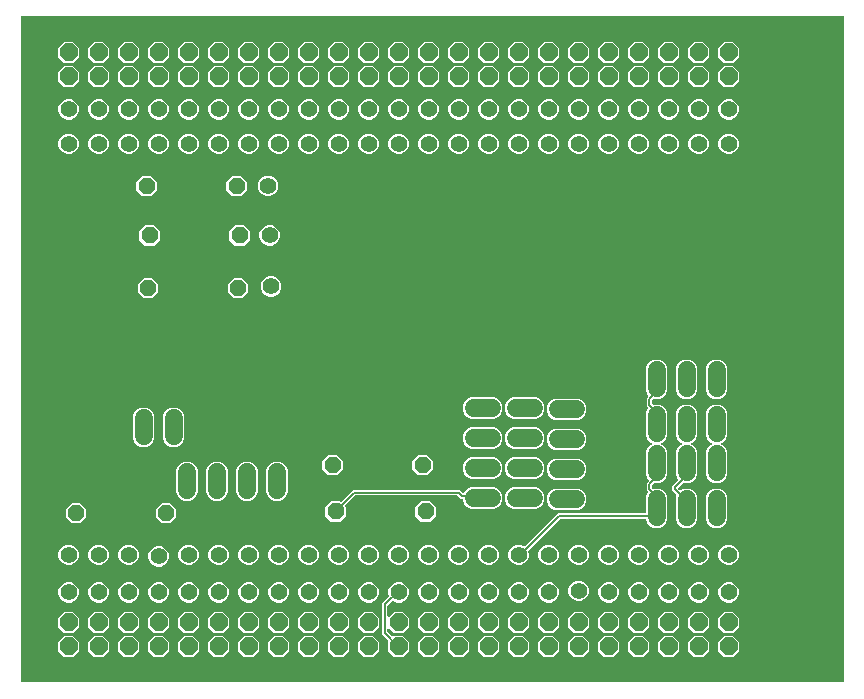
<source format=gbr>
G04 EAGLE Gerber RS-274X export*
G75*
%MOMM*%
%FSLAX34Y34*%
%LPD*%
%INBottom Copper*%
%IPPOS*%
%AMOC8*
5,1,8,0,0,1.08239X$1,22.5*%
G01*
%ADD10P,1.649562X8X22.500000*%
%ADD11P,1.539592X8X202.500000*%
%ADD12C,1.422400*%
%ADD13C,1.524000*%
%ADD14P,1.539592X8X22.500000*%
%ADD15C,0.152400*%

G36*
X706648Y10164D02*
X706648Y10164D01*
X706667Y10162D01*
X706769Y10184D01*
X706871Y10200D01*
X706888Y10210D01*
X706908Y10214D01*
X706997Y10267D01*
X707088Y10316D01*
X707102Y10330D01*
X707119Y10340D01*
X707186Y10419D01*
X707258Y10494D01*
X707266Y10512D01*
X707279Y10527D01*
X707318Y10623D01*
X707361Y10717D01*
X707363Y10737D01*
X707371Y10755D01*
X707389Y10922D01*
X707389Y573278D01*
X707386Y573298D01*
X707388Y573317D01*
X707366Y573419D01*
X707350Y573521D01*
X707340Y573538D01*
X707336Y573558D01*
X707283Y573647D01*
X707234Y573738D01*
X707220Y573752D01*
X707210Y573769D01*
X707131Y573836D01*
X707056Y573908D01*
X707038Y573916D01*
X707023Y573929D01*
X706927Y573968D01*
X706833Y574011D01*
X706813Y574013D01*
X706795Y574021D01*
X706628Y574039D01*
X10922Y574039D01*
X10902Y574036D01*
X10883Y574038D01*
X10781Y574016D01*
X10679Y574000D01*
X10662Y573990D01*
X10642Y573986D01*
X10553Y573933D01*
X10462Y573884D01*
X10448Y573870D01*
X10431Y573860D01*
X10364Y573781D01*
X10292Y573706D01*
X10284Y573688D01*
X10271Y573673D01*
X10232Y573577D01*
X10189Y573483D01*
X10187Y573463D01*
X10179Y573445D01*
X10161Y573278D01*
X10161Y10922D01*
X10164Y10902D01*
X10162Y10883D01*
X10184Y10781D01*
X10200Y10679D01*
X10210Y10662D01*
X10214Y10642D01*
X10267Y10553D01*
X10316Y10462D01*
X10330Y10448D01*
X10340Y10431D01*
X10419Y10364D01*
X10494Y10292D01*
X10512Y10284D01*
X10527Y10271D01*
X10623Y10232D01*
X10717Y10189D01*
X10737Y10187D01*
X10755Y10179D01*
X10922Y10161D01*
X706628Y10161D01*
X706648Y10164D01*
G37*
%LPC*%
G36*
X430082Y109473D02*
X430082Y109473D01*
X426908Y110788D01*
X424478Y113218D01*
X423163Y116392D01*
X423163Y119828D01*
X424478Y123002D01*
X426908Y125432D01*
X430082Y126747D01*
X433518Y126747D01*
X436734Y125415D01*
X436757Y125400D01*
X436840Y125340D01*
X436859Y125334D01*
X436876Y125323D01*
X436977Y125298D01*
X437075Y125267D01*
X437096Y125268D01*
X437115Y125263D01*
X437218Y125271D01*
X437321Y125274D01*
X437340Y125281D01*
X437360Y125282D01*
X437455Y125323D01*
X437552Y125358D01*
X437568Y125371D01*
X437586Y125379D01*
X437717Y125483D01*
X463834Y151600D01*
X465397Y153163D01*
X538734Y153163D01*
X538754Y153166D01*
X538773Y153164D01*
X538875Y153186D01*
X538977Y153202D01*
X538994Y153212D01*
X539014Y153216D01*
X539103Y153269D01*
X539194Y153318D01*
X539208Y153332D01*
X539225Y153342D01*
X539292Y153421D01*
X539364Y153496D01*
X539372Y153514D01*
X539385Y153529D01*
X539424Y153625D01*
X539467Y153719D01*
X539469Y153739D01*
X539477Y153757D01*
X539495Y153924D01*
X539495Y166919D01*
X540887Y170280D01*
X541288Y170681D01*
X541300Y170697D01*
X541316Y170710D01*
X541372Y170797D01*
X541432Y170881D01*
X541438Y170900D01*
X541449Y170917D01*
X541474Y171017D01*
X541504Y171116D01*
X541504Y171136D01*
X541509Y171155D01*
X541501Y171258D01*
X541498Y171362D01*
X541491Y171381D01*
X541490Y171400D01*
X541449Y171495D01*
X541414Y171593D01*
X541401Y171608D01*
X541393Y171627D01*
X541288Y171758D01*
X540257Y172789D01*
X540257Y179255D01*
X541796Y180794D01*
X541808Y180811D01*
X541824Y180823D01*
X541880Y180910D01*
X541940Y180994D01*
X541946Y181013D01*
X541957Y181030D01*
X541982Y181130D01*
X542012Y181229D01*
X542012Y181249D01*
X542017Y181268D01*
X542009Y181371D01*
X542006Y181475D01*
X541999Y181494D01*
X541998Y181514D01*
X541957Y181608D01*
X541922Y181706D01*
X541909Y181722D01*
X541901Y181740D01*
X541796Y181871D01*
X540887Y182780D01*
X539495Y186141D01*
X539495Y205019D01*
X540887Y208380D01*
X543460Y210953D01*
X544508Y211387D01*
X544569Y211424D01*
X544635Y211454D01*
X544673Y211489D01*
X544717Y211516D01*
X544763Y211572D01*
X544816Y211620D01*
X544841Y211666D01*
X544874Y211706D01*
X544900Y211773D01*
X544934Y211836D01*
X544944Y211887D01*
X544962Y211935D01*
X544965Y212007D01*
X544978Y212078D01*
X544970Y212129D01*
X544973Y212181D01*
X544953Y212250D01*
X544942Y212321D01*
X544919Y212367D01*
X544904Y212417D01*
X544863Y212476D01*
X544831Y212540D01*
X544793Y212577D01*
X544764Y212619D01*
X544706Y212662D01*
X544655Y212712D01*
X544592Y212747D01*
X544566Y212766D01*
X544544Y212773D01*
X544508Y212793D01*
X543460Y213227D01*
X540887Y215800D01*
X539495Y219161D01*
X539495Y238039D01*
X540887Y241400D01*
X541542Y242055D01*
X541554Y242071D01*
X541570Y242084D01*
X541626Y242171D01*
X541686Y242255D01*
X541692Y242274D01*
X541703Y242291D01*
X541728Y242391D01*
X541758Y242490D01*
X541758Y242510D01*
X541763Y242529D01*
X541755Y242632D01*
X541752Y242736D01*
X541745Y242755D01*
X541744Y242774D01*
X541703Y242869D01*
X541668Y242967D01*
X541655Y242982D01*
X541647Y243001D01*
X541542Y243132D01*
X540257Y244417D01*
X540257Y250883D01*
X541542Y252168D01*
X541554Y252185D01*
X541570Y252197D01*
X541626Y252284D01*
X541686Y252368D01*
X541692Y252387D01*
X541703Y252404D01*
X541728Y252504D01*
X541758Y252603D01*
X541758Y252623D01*
X541763Y252642D01*
X541755Y252745D01*
X541752Y252849D01*
X541745Y252868D01*
X541744Y252888D01*
X541703Y252983D01*
X541668Y253080D01*
X541655Y253096D01*
X541647Y253114D01*
X541542Y253245D01*
X540887Y253900D01*
X539495Y257261D01*
X539495Y276139D01*
X540887Y279500D01*
X543460Y282073D01*
X546821Y283465D01*
X550459Y283465D01*
X553820Y282073D01*
X556393Y279500D01*
X557785Y276139D01*
X557785Y257261D01*
X556393Y253900D01*
X553820Y251327D01*
X550459Y249935D01*
X546821Y249935D01*
X546553Y250046D01*
X546440Y250073D01*
X546326Y250102D01*
X546320Y250101D01*
X546313Y250103D01*
X546197Y250092D01*
X546081Y250082D01*
X546075Y250080D01*
X546069Y250079D01*
X545961Y250032D01*
X545854Y249986D01*
X545848Y249982D01*
X545844Y249979D01*
X545830Y249967D01*
X545723Y249881D01*
X545054Y249212D01*
X545001Y249138D01*
X544941Y249068D01*
X544929Y249038D01*
X544910Y249012D01*
X544883Y248925D01*
X544849Y248840D01*
X544845Y248799D01*
X544838Y248777D01*
X544839Y248745D01*
X544831Y248673D01*
X544831Y246627D01*
X544845Y246537D01*
X544853Y246446D01*
X544865Y246416D01*
X544870Y246384D01*
X544913Y246303D01*
X544949Y246219D01*
X544975Y246187D01*
X544986Y246166D01*
X545009Y246144D01*
X545054Y246088D01*
X545723Y245419D01*
X545819Y245350D01*
X545912Y245281D01*
X545918Y245279D01*
X545923Y245275D01*
X546035Y245241D01*
X546146Y245205D01*
X546152Y245205D01*
X546158Y245203D01*
X546275Y245206D01*
X546392Y245207D01*
X546399Y245209D01*
X546404Y245209D01*
X546421Y245216D01*
X546553Y245254D01*
X546821Y245365D01*
X550459Y245365D01*
X553820Y243973D01*
X556393Y241400D01*
X557785Y238039D01*
X557785Y219161D01*
X556393Y215800D01*
X553820Y213227D01*
X552772Y212793D01*
X552711Y212756D01*
X552645Y212726D01*
X552607Y212691D01*
X552563Y212664D01*
X552517Y212609D01*
X552464Y212560D01*
X552439Y212514D01*
X552406Y212474D01*
X552380Y212407D01*
X552346Y212344D01*
X552336Y212293D01*
X552318Y212245D01*
X552315Y212173D01*
X552302Y212102D01*
X552310Y212051D01*
X552307Y211999D01*
X552327Y211930D01*
X552338Y211859D01*
X552361Y211813D01*
X552376Y211763D01*
X552417Y211704D01*
X552449Y211640D01*
X552487Y211603D01*
X552516Y211561D01*
X552574Y211518D01*
X552625Y211468D01*
X552688Y211433D01*
X552714Y211414D01*
X552736Y211407D01*
X552772Y211387D01*
X553820Y210953D01*
X556393Y208380D01*
X557785Y205019D01*
X557785Y186141D01*
X556393Y182780D01*
X553820Y180207D01*
X550459Y178815D01*
X546755Y178815D01*
X546685Y178833D01*
X546679Y178832D01*
X546673Y178834D01*
X546556Y178823D01*
X546440Y178814D01*
X546434Y178811D01*
X546428Y178811D01*
X546320Y178763D01*
X546213Y178717D01*
X546208Y178713D01*
X546203Y178711D01*
X546189Y178698D01*
X546082Y178613D01*
X545054Y177584D01*
X545001Y177510D01*
X544941Y177440D01*
X544929Y177410D01*
X544910Y177384D01*
X544883Y177297D01*
X544849Y177212D01*
X544845Y177171D01*
X544838Y177149D01*
X544839Y177117D01*
X544831Y177045D01*
X544831Y174999D01*
X544845Y174908D01*
X544853Y174818D01*
X544865Y174788D01*
X544870Y174756D01*
X544913Y174675D01*
X544949Y174591D01*
X544975Y174559D01*
X544986Y174538D01*
X545009Y174516D01*
X545054Y174460D01*
X545364Y174150D01*
X545458Y174082D01*
X545553Y174012D01*
X545559Y174010D01*
X545564Y174006D01*
X545675Y173972D01*
X545787Y173936D01*
X545793Y173936D01*
X545799Y173934D01*
X545916Y173937D01*
X546033Y173938D01*
X546040Y173940D01*
X546045Y173940D01*
X546062Y173947D01*
X546194Y173985D01*
X546821Y174245D01*
X550459Y174245D01*
X553820Y172853D01*
X556393Y170280D01*
X557785Y166919D01*
X557785Y148041D01*
X556393Y144680D01*
X553820Y142107D01*
X550459Y140715D01*
X546821Y140715D01*
X543460Y142107D01*
X540887Y144680D01*
X539463Y148119D01*
X539401Y148219D01*
X539341Y148319D01*
X539337Y148323D01*
X539333Y148328D01*
X539243Y148403D01*
X539154Y148479D01*
X539149Y148481D01*
X539144Y148485D01*
X539035Y148527D01*
X538926Y148571D01*
X538919Y148572D01*
X538914Y148573D01*
X538896Y148574D01*
X538760Y148589D01*
X467607Y148589D01*
X467516Y148575D01*
X467426Y148567D01*
X467396Y148555D01*
X467364Y148550D01*
X467283Y148507D01*
X467199Y148471D01*
X467167Y148445D01*
X467146Y148434D01*
X467124Y148411D01*
X467068Y148366D01*
X440238Y121536D01*
X440170Y121441D01*
X440100Y121347D01*
X440098Y121341D01*
X440094Y121336D01*
X440060Y121225D01*
X440024Y121113D01*
X440024Y121107D01*
X440022Y121101D01*
X440025Y120984D01*
X440026Y120867D01*
X440028Y120860D01*
X440028Y120855D01*
X440035Y120838D01*
X440073Y120706D01*
X440437Y119828D01*
X440437Y116392D01*
X439122Y113218D01*
X436692Y110788D01*
X433518Y109473D01*
X430082Y109473D01*
G37*
%LPD*%
%LPC*%
G36*
X572221Y140715D02*
X572221Y140715D01*
X568860Y142107D01*
X566287Y144680D01*
X564895Y148041D01*
X564895Y166919D01*
X565453Y168265D01*
X565479Y168378D01*
X565508Y168492D01*
X565507Y168498D01*
X565509Y168504D01*
X565498Y168621D01*
X565489Y168737D01*
X565486Y168743D01*
X565486Y168749D01*
X565438Y168856D01*
X565393Y168963D01*
X565388Y168969D01*
X565386Y168974D01*
X565373Y168987D01*
X565288Y169094D01*
X563156Y171226D01*
X561593Y172789D01*
X561593Y176207D01*
X563156Y177770D01*
X566688Y181302D01*
X566700Y181319D01*
X566716Y181331D01*
X566772Y181418D01*
X566832Y181502D01*
X566838Y181521D01*
X566849Y181538D01*
X566874Y181638D01*
X566904Y181737D01*
X566904Y181757D01*
X566909Y181776D01*
X566901Y181879D01*
X566898Y181983D01*
X566891Y182002D01*
X566890Y182022D01*
X566849Y182116D01*
X566814Y182214D01*
X566801Y182230D01*
X566793Y182248D01*
X566688Y182379D01*
X566287Y182780D01*
X564895Y186141D01*
X564895Y205019D01*
X566287Y208380D01*
X568860Y210953D01*
X569908Y211387D01*
X569969Y211424D01*
X570035Y211454D01*
X570073Y211489D01*
X570117Y211516D01*
X570163Y211572D01*
X570216Y211620D01*
X570241Y211666D01*
X570274Y211706D01*
X570300Y211773D01*
X570334Y211836D01*
X570344Y211887D01*
X570362Y211935D01*
X570365Y212007D01*
X570378Y212078D01*
X570370Y212129D01*
X570373Y212181D01*
X570353Y212250D01*
X570342Y212321D01*
X570319Y212367D01*
X570304Y212417D01*
X570263Y212476D01*
X570231Y212540D01*
X570193Y212577D01*
X570164Y212619D01*
X570106Y212662D01*
X570055Y212712D01*
X569992Y212747D01*
X569966Y212766D01*
X569944Y212773D01*
X569908Y212793D01*
X568860Y213227D01*
X566287Y215800D01*
X564895Y219161D01*
X564895Y238039D01*
X566287Y241400D01*
X568860Y243973D01*
X572221Y245365D01*
X575859Y245365D01*
X579220Y243973D01*
X581793Y241400D01*
X583185Y238039D01*
X583185Y219161D01*
X581793Y215800D01*
X579220Y213227D01*
X578172Y212793D01*
X578111Y212756D01*
X578045Y212726D01*
X578007Y212691D01*
X577963Y212664D01*
X577917Y212609D01*
X577864Y212560D01*
X577839Y212514D01*
X577806Y212474D01*
X577780Y212407D01*
X577746Y212344D01*
X577736Y212293D01*
X577718Y212245D01*
X577715Y212173D01*
X577702Y212102D01*
X577710Y212051D01*
X577707Y211999D01*
X577727Y211930D01*
X577738Y211859D01*
X577761Y211813D01*
X577776Y211763D01*
X577817Y211704D01*
X577849Y211640D01*
X577887Y211603D01*
X577916Y211561D01*
X577974Y211518D01*
X578025Y211468D01*
X578088Y211433D01*
X578114Y211414D01*
X578136Y211407D01*
X578172Y211387D01*
X579220Y210953D01*
X581793Y208380D01*
X583185Y205019D01*
X583185Y186141D01*
X581793Y182780D01*
X579220Y180207D01*
X575859Y178815D01*
X572221Y178815D01*
X571594Y179075D01*
X571480Y179102D01*
X571367Y179130D01*
X571360Y179130D01*
X571354Y179131D01*
X571238Y179120D01*
X571121Y179111D01*
X571116Y179109D01*
X571109Y179108D01*
X571002Y179060D01*
X570895Y179015D01*
X570889Y179010D01*
X570885Y179008D01*
X570871Y178996D01*
X570764Y178910D01*
X566890Y175036D01*
X566879Y175020D01*
X566863Y175008D01*
X566807Y174920D01*
X566747Y174837D01*
X566741Y174818D01*
X566730Y174801D01*
X566705Y174700D01*
X566674Y174601D01*
X566675Y174582D01*
X566670Y174562D01*
X566678Y174459D01*
X566681Y174356D01*
X566688Y174337D01*
X566689Y174317D01*
X566729Y174222D01*
X566765Y174125D01*
X566778Y174109D01*
X566785Y174091D01*
X566890Y173960D01*
X567890Y172960D01*
X567906Y172949D01*
X567917Y172934D01*
X568001Y172880D01*
X568079Y172822D01*
X568085Y172820D01*
X568090Y172816D01*
X568108Y172810D01*
X568124Y172800D01*
X568220Y172776D01*
X568313Y172745D01*
X568319Y172746D01*
X568325Y172744D01*
X568344Y172744D01*
X568362Y172739D01*
X568461Y172747D01*
X568559Y172748D01*
X568566Y172750D01*
X568571Y172750D01*
X568589Y172757D01*
X568608Y172758D01*
X568638Y172771D01*
X568720Y172795D01*
X572221Y174245D01*
X575859Y174245D01*
X579220Y172853D01*
X581793Y170280D01*
X583185Y166919D01*
X583185Y148041D01*
X581793Y144680D01*
X579220Y142107D01*
X575859Y140715D01*
X572221Y140715D01*
G37*
%LPD*%
%LPC*%
G36*
X273283Y146303D02*
X273283Y146303D01*
X268223Y151363D01*
X268223Y158517D01*
X273283Y163577D01*
X280437Y163577D01*
X280812Y163202D01*
X280828Y163191D01*
X280840Y163175D01*
X280928Y163119D01*
X281012Y163059D01*
X281031Y163053D01*
X281047Y163042D01*
X281148Y163017D01*
X281247Y162986D01*
X281267Y162987D01*
X281286Y162982D01*
X281389Y162990D01*
X281493Y162993D01*
X281511Y163000D01*
X281531Y163001D01*
X281626Y163042D01*
X281724Y163077D01*
X281739Y163090D01*
X281757Y163098D01*
X281888Y163202D01*
X291661Y172975D01*
X381947Y172975D01*
X383510Y171412D01*
X384387Y170534D01*
X384425Y170508D01*
X384456Y170474D01*
X384524Y170436D01*
X384587Y170391D01*
X384631Y170377D01*
X384671Y170355D01*
X384748Y170341D01*
X384822Y170319D01*
X384868Y170320D01*
X384913Y170312D01*
X384990Y170323D01*
X385068Y170325D01*
X385111Y170341D01*
X385157Y170347D01*
X385226Y170383D01*
X385299Y170409D01*
X385335Y170438D01*
X385376Y170459D01*
X385430Y170514D01*
X385491Y170563D01*
X385516Y170602D01*
X385548Y170634D01*
X385614Y170754D01*
X385624Y170770D01*
X385625Y170775D01*
X385629Y170781D01*
X385947Y171550D01*
X388520Y174123D01*
X391881Y175515D01*
X410759Y175515D01*
X414120Y174123D01*
X416693Y171550D01*
X418085Y168189D01*
X418085Y164551D01*
X416693Y161190D01*
X414120Y158617D01*
X410759Y157225D01*
X391881Y157225D01*
X388520Y158617D01*
X385947Y161190D01*
X384555Y164551D01*
X384555Y164592D01*
X384552Y164612D01*
X384554Y164631D01*
X384532Y164733D01*
X384516Y164835D01*
X384506Y164852D01*
X384502Y164872D01*
X384449Y164961D01*
X384400Y165052D01*
X384386Y165066D01*
X384376Y165083D01*
X384297Y165150D01*
X384222Y165222D01*
X384204Y165230D01*
X384189Y165243D01*
X384093Y165282D01*
X383999Y165325D01*
X383979Y165327D01*
X383961Y165335D01*
X383794Y165353D01*
X383101Y165353D01*
X380276Y168178D01*
X380202Y168231D01*
X380132Y168291D01*
X380102Y168303D01*
X380076Y168322D01*
X379989Y168349D01*
X379904Y168383D01*
X379863Y168387D01*
X379841Y168394D01*
X379809Y168393D01*
X379737Y168401D01*
X293871Y168401D01*
X293780Y168387D01*
X293690Y168379D01*
X293660Y168367D01*
X293628Y168362D01*
X293547Y168319D01*
X293463Y168283D01*
X293431Y168257D01*
X293410Y168246D01*
X293388Y168223D01*
X293332Y168178D01*
X285122Y159968D01*
X285111Y159952D01*
X285095Y159940D01*
X285039Y159853D01*
X284979Y159769D01*
X284973Y159750D01*
X284962Y159733D01*
X284937Y159632D01*
X284906Y159534D01*
X284907Y159514D01*
X284902Y159494D01*
X284910Y159391D01*
X284913Y159288D01*
X284920Y159269D01*
X284921Y159249D01*
X284962Y159154D01*
X284997Y159057D01*
X285010Y159041D01*
X285018Y159023D01*
X285122Y158892D01*
X285497Y158517D01*
X285497Y151363D01*
X280437Y146303D01*
X273283Y146303D01*
G37*
%LPD*%
%LPC*%
G36*
X597621Y178815D02*
X597621Y178815D01*
X594260Y180207D01*
X591687Y182780D01*
X590295Y186141D01*
X590295Y205019D01*
X591687Y208380D01*
X594260Y210953D01*
X595308Y211387D01*
X595369Y211424D01*
X595435Y211454D01*
X595473Y211489D01*
X595517Y211516D01*
X595563Y211572D01*
X595616Y211620D01*
X595641Y211666D01*
X595674Y211706D01*
X595700Y211773D01*
X595734Y211836D01*
X595744Y211887D01*
X595762Y211935D01*
X595765Y212007D01*
X595778Y212078D01*
X595770Y212129D01*
X595773Y212181D01*
X595753Y212250D01*
X595742Y212321D01*
X595719Y212367D01*
X595704Y212417D01*
X595663Y212476D01*
X595631Y212540D01*
X595593Y212577D01*
X595564Y212619D01*
X595506Y212662D01*
X595455Y212712D01*
X595392Y212747D01*
X595366Y212766D01*
X595344Y212773D01*
X595308Y212793D01*
X594260Y213227D01*
X591687Y215800D01*
X590295Y219161D01*
X590295Y238039D01*
X591687Y241400D01*
X594260Y243973D01*
X597621Y245365D01*
X601259Y245365D01*
X604620Y243973D01*
X607193Y241400D01*
X608585Y238039D01*
X608585Y219161D01*
X607193Y215800D01*
X604620Y213227D01*
X603572Y212793D01*
X603511Y212756D01*
X603445Y212726D01*
X603407Y212691D01*
X603363Y212664D01*
X603317Y212609D01*
X603264Y212560D01*
X603239Y212514D01*
X603206Y212474D01*
X603180Y212407D01*
X603146Y212344D01*
X603136Y212293D01*
X603118Y212245D01*
X603115Y212173D01*
X603102Y212102D01*
X603110Y212051D01*
X603107Y211999D01*
X603127Y211930D01*
X603138Y211859D01*
X603161Y211813D01*
X603176Y211763D01*
X603217Y211704D01*
X603249Y211640D01*
X603287Y211603D01*
X603316Y211561D01*
X603374Y211518D01*
X603425Y211468D01*
X603488Y211433D01*
X603514Y211414D01*
X603536Y211407D01*
X603572Y211387D01*
X604620Y210953D01*
X607193Y208380D01*
X608585Y205019D01*
X608585Y186141D01*
X607193Y182780D01*
X604620Y180207D01*
X601259Y178815D01*
X597621Y178815D01*
G37*
%LPD*%
%LPC*%
G36*
X326412Y31495D02*
X326412Y31495D01*
X321055Y36852D01*
X321055Y44428D01*
X321324Y44697D01*
X321336Y44713D01*
X321352Y44726D01*
X321408Y44813D01*
X321468Y44897D01*
X321474Y44916D01*
X321485Y44933D01*
X321510Y45033D01*
X321540Y45132D01*
X321540Y45152D01*
X321545Y45171D01*
X321537Y45274D01*
X321534Y45378D01*
X321527Y45397D01*
X321526Y45416D01*
X321485Y45511D01*
X321450Y45609D01*
X321437Y45624D01*
X321429Y45643D01*
X321324Y45774D01*
X316229Y50869D01*
X316229Y77147D01*
X321836Y82754D01*
X321904Y82848D01*
X321974Y82943D01*
X321976Y82949D01*
X321980Y82954D01*
X322014Y83065D01*
X322051Y83177D01*
X322051Y83183D01*
X322052Y83189D01*
X322049Y83306D01*
X322048Y83423D01*
X322046Y83430D01*
X322046Y83435D01*
X322040Y83453D01*
X322002Y83584D01*
X321563Y84642D01*
X321563Y88078D01*
X322878Y91252D01*
X325308Y93682D01*
X328482Y94997D01*
X331918Y94997D01*
X335092Y93682D01*
X337522Y91252D01*
X338837Y88078D01*
X338837Y84642D01*
X337522Y81468D01*
X335092Y79038D01*
X331918Y77723D01*
X328482Y77723D01*
X325269Y79054D01*
X325155Y79081D01*
X325042Y79109D01*
X325035Y79109D01*
X325029Y79110D01*
X324913Y79099D01*
X324796Y79090D01*
X324791Y79088D01*
X324784Y79087D01*
X324677Y79040D01*
X324570Y78994D01*
X324564Y78989D01*
X324560Y78987D01*
X324546Y78975D01*
X324439Y78889D01*
X321026Y75476D01*
X320973Y75402D01*
X320913Y75332D01*
X320901Y75302D01*
X320882Y75276D01*
X320855Y75189D01*
X320821Y75104D01*
X320817Y75063D01*
X320810Y75041D01*
X320811Y75009D01*
X320803Y74937D01*
X320803Y66333D01*
X320814Y66262D01*
X320816Y66191D01*
X320834Y66142D01*
X320842Y66090D01*
X320876Y66027D01*
X320901Y65960D01*
X320933Y65919D01*
X320958Y65873D01*
X321010Y65824D01*
X321054Y65768D01*
X321098Y65739D01*
X321136Y65704D01*
X321201Y65673D01*
X321261Y65635D01*
X321312Y65622D01*
X321359Y65600D01*
X321430Y65592D01*
X321500Y65575D01*
X321552Y65579D01*
X321603Y65573D01*
X321674Y65588D01*
X321745Y65594D01*
X321793Y65614D01*
X321844Y65625D01*
X321905Y65662D01*
X321971Y65690D01*
X322027Y65735D01*
X322055Y65751D01*
X322070Y65769D01*
X322102Y65795D01*
X326412Y70105D01*
X333988Y70105D01*
X339345Y64748D01*
X339345Y57172D01*
X333988Y51815D01*
X326412Y51815D01*
X322102Y56125D01*
X322044Y56167D01*
X321992Y56216D01*
X321945Y56238D01*
X321903Y56269D01*
X321834Y56290D01*
X321769Y56320D01*
X321717Y56326D01*
X321667Y56341D01*
X321596Y56339D01*
X321525Y56347D01*
X321474Y56336D01*
X321422Y56335D01*
X321354Y56310D01*
X321284Y56295D01*
X321239Y56268D01*
X321191Y56250D01*
X321135Y56205D01*
X321073Y56169D01*
X321039Y56129D01*
X320999Y56097D01*
X320960Y56036D01*
X320913Y55982D01*
X320894Y55933D01*
X320866Y55890D01*
X320848Y55820D01*
X320821Y55754D01*
X320813Y55682D01*
X320805Y55651D01*
X320807Y55628D01*
X320803Y55587D01*
X320803Y53079D01*
X320817Y52988D01*
X320825Y52898D01*
X320837Y52868D01*
X320842Y52836D01*
X320885Y52755D01*
X320921Y52671D01*
X320947Y52639D01*
X320958Y52618D01*
X320981Y52596D01*
X321026Y52540D01*
X324558Y49008D01*
X324575Y48996D01*
X324587Y48980D01*
X324674Y48924D01*
X324758Y48864D01*
X324777Y48858D01*
X324794Y48847D01*
X324894Y48822D01*
X324993Y48792D01*
X325013Y48792D01*
X325032Y48787D01*
X325135Y48795D01*
X325239Y48798D01*
X325258Y48805D01*
X325278Y48806D01*
X325373Y48847D01*
X325470Y48882D01*
X325486Y48895D01*
X325504Y48903D01*
X325635Y49008D01*
X326412Y49785D01*
X333988Y49785D01*
X339345Y44428D01*
X339345Y36852D01*
X333988Y31495D01*
X326412Y31495D01*
G37*
%LPD*%
%LPC*%
G36*
X112481Y209295D02*
X112481Y209295D01*
X109120Y210687D01*
X106547Y213260D01*
X105155Y216621D01*
X105155Y235499D01*
X106547Y238860D01*
X109120Y241433D01*
X112481Y242825D01*
X116119Y242825D01*
X119480Y241433D01*
X122053Y238860D01*
X123445Y235499D01*
X123445Y216621D01*
X122053Y213260D01*
X119480Y210687D01*
X116119Y209295D01*
X112481Y209295D01*
G37*
%LPD*%
%LPC*%
G36*
X597621Y249935D02*
X597621Y249935D01*
X594260Y251327D01*
X591687Y253900D01*
X590295Y257261D01*
X590295Y276139D01*
X591687Y279500D01*
X594260Y282073D01*
X597621Y283465D01*
X601259Y283465D01*
X604620Y282073D01*
X607193Y279500D01*
X608585Y276139D01*
X608585Y257261D01*
X607193Y253900D01*
X604620Y251327D01*
X601259Y249935D01*
X597621Y249935D01*
G37*
%LPD*%
%LPC*%
G36*
X572221Y249935D02*
X572221Y249935D01*
X568860Y251327D01*
X566287Y253900D01*
X564895Y257261D01*
X564895Y276139D01*
X566287Y279500D01*
X568860Y282073D01*
X572221Y283465D01*
X575859Y283465D01*
X579220Y282073D01*
X581793Y279500D01*
X583185Y276139D01*
X583185Y257261D01*
X581793Y253900D01*
X579220Y251327D01*
X575859Y249935D01*
X572221Y249935D01*
G37*
%LPD*%
%LPC*%
G36*
X427441Y233425D02*
X427441Y233425D01*
X424080Y234817D01*
X421507Y237390D01*
X420115Y240751D01*
X420115Y244389D01*
X421507Y247750D01*
X424080Y250323D01*
X427441Y251715D01*
X446319Y251715D01*
X449680Y250323D01*
X452253Y247750D01*
X453645Y244389D01*
X453645Y240751D01*
X452253Y237390D01*
X449680Y234817D01*
X446319Y233425D01*
X427441Y233425D01*
G37*
%LPD*%
%LPC*%
G36*
X391881Y233425D02*
X391881Y233425D01*
X388520Y234817D01*
X385947Y237390D01*
X384555Y240751D01*
X384555Y244389D01*
X385947Y247750D01*
X388520Y250323D01*
X391881Y251715D01*
X410759Y251715D01*
X414120Y250323D01*
X416693Y247750D01*
X418085Y244389D01*
X418085Y240751D01*
X416693Y237390D01*
X414120Y234817D01*
X410759Y233425D01*
X391881Y233425D01*
G37*
%LPD*%
%LPC*%
G36*
X463001Y232155D02*
X463001Y232155D01*
X459640Y233547D01*
X457067Y236120D01*
X455675Y239481D01*
X455675Y243119D01*
X457067Y246480D01*
X459640Y249053D01*
X463001Y250445D01*
X481879Y250445D01*
X485240Y249053D01*
X487813Y246480D01*
X489205Y243119D01*
X489205Y239481D01*
X487813Y236120D01*
X485240Y233547D01*
X481879Y232155D01*
X463001Y232155D01*
G37*
%LPD*%
%LPC*%
G36*
X137881Y209295D02*
X137881Y209295D01*
X134520Y210687D01*
X131947Y213260D01*
X130555Y216621D01*
X130555Y235499D01*
X131947Y238860D01*
X134520Y241433D01*
X137881Y242825D01*
X141519Y242825D01*
X144880Y241433D01*
X147453Y238860D01*
X148845Y235499D01*
X148845Y216621D01*
X147453Y213260D01*
X144880Y210687D01*
X141519Y209295D01*
X137881Y209295D01*
G37*
%LPD*%
%LPC*%
G36*
X597621Y140715D02*
X597621Y140715D01*
X594260Y142107D01*
X591687Y144680D01*
X590295Y148041D01*
X590295Y166919D01*
X591687Y170280D01*
X594260Y172853D01*
X597621Y174245D01*
X601259Y174245D01*
X604620Y172853D01*
X607193Y170280D01*
X608585Y166919D01*
X608585Y148041D01*
X607193Y144680D01*
X604620Y142107D01*
X601259Y140715D01*
X597621Y140715D01*
G37*
%LPD*%
%LPC*%
G36*
X463001Y155955D02*
X463001Y155955D01*
X459640Y157347D01*
X457067Y159920D01*
X455675Y163281D01*
X455675Y166919D01*
X457067Y170280D01*
X459640Y172853D01*
X463001Y174245D01*
X481879Y174245D01*
X485240Y172853D01*
X487813Y170280D01*
X489205Y166919D01*
X489205Y163281D01*
X487813Y159920D01*
X485240Y157347D01*
X481879Y155955D01*
X463001Y155955D01*
G37*
%LPD*%
%LPC*%
G36*
X427441Y157225D02*
X427441Y157225D01*
X424080Y158617D01*
X421507Y161190D01*
X420115Y164551D01*
X420115Y168189D01*
X421507Y171550D01*
X424080Y174123D01*
X427441Y175515D01*
X446319Y175515D01*
X449680Y174123D01*
X452253Y171550D01*
X453645Y168189D01*
X453645Y164551D01*
X452253Y161190D01*
X449680Y158617D01*
X446319Y157225D01*
X427441Y157225D01*
G37*
%LPD*%
%LPC*%
G36*
X149311Y163575D02*
X149311Y163575D01*
X145950Y164967D01*
X143377Y167540D01*
X141985Y170901D01*
X141985Y189779D01*
X143377Y193140D01*
X145950Y195713D01*
X149311Y197105D01*
X152949Y197105D01*
X156310Y195713D01*
X158883Y193140D01*
X160275Y189779D01*
X160275Y170901D01*
X158883Y167540D01*
X156310Y164967D01*
X152949Y163575D01*
X149311Y163575D01*
G37*
%LPD*%
%LPC*%
G36*
X174711Y163575D02*
X174711Y163575D01*
X171350Y164967D01*
X168777Y167540D01*
X167385Y170901D01*
X167385Y189779D01*
X168777Y193140D01*
X171350Y195713D01*
X174711Y197105D01*
X178349Y197105D01*
X181710Y195713D01*
X184283Y193140D01*
X185675Y189779D01*
X185675Y170901D01*
X184283Y167540D01*
X181710Y164967D01*
X178349Y163575D01*
X174711Y163575D01*
G37*
%LPD*%
%LPC*%
G36*
X200111Y163575D02*
X200111Y163575D01*
X196750Y164967D01*
X194177Y167540D01*
X192785Y170901D01*
X192785Y189779D01*
X194177Y193140D01*
X196750Y195713D01*
X200111Y197105D01*
X203749Y197105D01*
X207110Y195713D01*
X209683Y193140D01*
X211075Y189779D01*
X211075Y170901D01*
X209683Y167540D01*
X207110Y164967D01*
X203749Y163575D01*
X200111Y163575D01*
G37*
%LPD*%
%LPC*%
G36*
X225511Y163575D02*
X225511Y163575D01*
X222150Y164967D01*
X219577Y167540D01*
X218185Y170901D01*
X218185Y189779D01*
X219577Y193140D01*
X222150Y195713D01*
X225511Y197105D01*
X229149Y197105D01*
X232510Y195713D01*
X235083Y193140D01*
X236475Y189779D01*
X236475Y170901D01*
X235083Y167540D01*
X232510Y164967D01*
X229149Y163575D01*
X225511Y163575D01*
G37*
%LPD*%
%LPC*%
G36*
X463001Y181355D02*
X463001Y181355D01*
X459640Y182747D01*
X457067Y185320D01*
X455675Y188681D01*
X455675Y192319D01*
X457067Y195680D01*
X459640Y198253D01*
X463001Y199645D01*
X481879Y199645D01*
X485240Y198253D01*
X487813Y195680D01*
X489205Y192319D01*
X489205Y188681D01*
X487813Y185320D01*
X485240Y182747D01*
X481879Y181355D01*
X463001Y181355D01*
G37*
%LPD*%
%LPC*%
G36*
X391881Y182625D02*
X391881Y182625D01*
X388520Y184017D01*
X385947Y186590D01*
X384555Y189951D01*
X384555Y193589D01*
X385947Y196950D01*
X388520Y199523D01*
X391881Y200915D01*
X410759Y200915D01*
X414120Y199523D01*
X416693Y196950D01*
X418085Y193589D01*
X418085Y189951D01*
X416693Y186590D01*
X414120Y184017D01*
X410759Y182625D01*
X391881Y182625D01*
G37*
%LPD*%
%LPC*%
G36*
X427441Y182625D02*
X427441Y182625D01*
X424080Y184017D01*
X421507Y186590D01*
X420115Y189951D01*
X420115Y193589D01*
X421507Y196950D01*
X424080Y199523D01*
X427441Y200915D01*
X446319Y200915D01*
X449680Y199523D01*
X452253Y196950D01*
X453645Y193589D01*
X453645Y189951D01*
X452253Y186590D01*
X449680Y184017D01*
X446319Y182625D01*
X427441Y182625D01*
G37*
%LPD*%
%LPC*%
G36*
X463001Y206755D02*
X463001Y206755D01*
X459640Y208147D01*
X457067Y210720D01*
X455675Y214081D01*
X455675Y217719D01*
X457067Y221080D01*
X459640Y223653D01*
X463001Y225045D01*
X481879Y225045D01*
X485240Y223653D01*
X487813Y221080D01*
X489205Y217719D01*
X489205Y214081D01*
X487813Y210720D01*
X485240Y208147D01*
X481879Y206755D01*
X463001Y206755D01*
G37*
%LPD*%
%LPC*%
G36*
X427441Y208025D02*
X427441Y208025D01*
X424080Y209417D01*
X421507Y211990D01*
X420115Y215351D01*
X420115Y218989D01*
X421507Y222350D01*
X424080Y224923D01*
X427441Y226315D01*
X446319Y226315D01*
X449680Y224923D01*
X452253Y222350D01*
X453645Y218989D01*
X453645Y215351D01*
X452253Y211990D01*
X449680Y209417D01*
X446319Y208025D01*
X427441Y208025D01*
G37*
%LPD*%
%LPC*%
G36*
X391881Y208025D02*
X391881Y208025D01*
X388520Y209417D01*
X385947Y211990D01*
X384555Y215351D01*
X384555Y218989D01*
X385947Y222350D01*
X388520Y224923D01*
X391881Y226315D01*
X410759Y226315D01*
X414120Y224923D01*
X416693Y222350D01*
X418085Y218989D01*
X418085Y215351D01*
X416693Y211990D01*
X414120Y209417D01*
X410759Y208025D01*
X391881Y208025D01*
G37*
%LPD*%
%LPC*%
G36*
X275612Y534415D02*
X275612Y534415D01*
X270255Y539772D01*
X270255Y547348D01*
X275612Y552705D01*
X283188Y552705D01*
X288545Y547348D01*
X288545Y539772D01*
X283188Y534415D01*
X275612Y534415D01*
G37*
%LPD*%
%LPC*%
G36*
X250212Y534415D02*
X250212Y534415D01*
X244855Y539772D01*
X244855Y547348D01*
X250212Y552705D01*
X257788Y552705D01*
X263145Y547348D01*
X263145Y539772D01*
X257788Y534415D01*
X250212Y534415D01*
G37*
%LPD*%
%LPC*%
G36*
X605812Y534415D02*
X605812Y534415D01*
X600455Y539772D01*
X600455Y547348D01*
X605812Y552705D01*
X613388Y552705D01*
X618745Y547348D01*
X618745Y539772D01*
X613388Y534415D01*
X605812Y534415D01*
G37*
%LPD*%
%LPC*%
G36*
X580412Y534415D02*
X580412Y534415D01*
X575055Y539772D01*
X575055Y547348D01*
X580412Y552705D01*
X587988Y552705D01*
X593345Y547348D01*
X593345Y539772D01*
X587988Y534415D01*
X580412Y534415D01*
G37*
%LPD*%
%LPC*%
G36*
X555012Y534415D02*
X555012Y534415D01*
X549655Y539772D01*
X549655Y547348D01*
X555012Y552705D01*
X562588Y552705D01*
X567945Y547348D01*
X567945Y539772D01*
X562588Y534415D01*
X555012Y534415D01*
G37*
%LPD*%
%LPC*%
G36*
X529612Y534415D02*
X529612Y534415D01*
X524255Y539772D01*
X524255Y547348D01*
X529612Y552705D01*
X537188Y552705D01*
X542545Y547348D01*
X542545Y539772D01*
X537188Y534415D01*
X529612Y534415D01*
G37*
%LPD*%
%LPC*%
G36*
X504212Y534415D02*
X504212Y534415D01*
X498855Y539772D01*
X498855Y547348D01*
X504212Y552705D01*
X511788Y552705D01*
X517145Y547348D01*
X517145Y539772D01*
X511788Y534415D01*
X504212Y534415D01*
G37*
%LPD*%
%LPC*%
G36*
X478812Y534415D02*
X478812Y534415D01*
X473455Y539772D01*
X473455Y547348D01*
X478812Y552705D01*
X486388Y552705D01*
X491745Y547348D01*
X491745Y539772D01*
X486388Y534415D01*
X478812Y534415D01*
G37*
%LPD*%
%LPC*%
G36*
X453412Y534415D02*
X453412Y534415D01*
X448055Y539772D01*
X448055Y547348D01*
X453412Y552705D01*
X460988Y552705D01*
X466345Y547348D01*
X466345Y539772D01*
X460988Y534415D01*
X453412Y534415D01*
G37*
%LPD*%
%LPC*%
G36*
X428012Y534415D02*
X428012Y534415D01*
X422655Y539772D01*
X422655Y547348D01*
X428012Y552705D01*
X435588Y552705D01*
X440945Y547348D01*
X440945Y539772D01*
X435588Y534415D01*
X428012Y534415D01*
G37*
%LPD*%
%LPC*%
G36*
X402612Y534415D02*
X402612Y534415D01*
X397255Y539772D01*
X397255Y547348D01*
X402612Y552705D01*
X410188Y552705D01*
X415545Y547348D01*
X415545Y539772D01*
X410188Y534415D01*
X402612Y534415D01*
G37*
%LPD*%
%LPC*%
G36*
X377212Y534415D02*
X377212Y534415D01*
X371855Y539772D01*
X371855Y547348D01*
X377212Y552705D01*
X384788Y552705D01*
X390145Y547348D01*
X390145Y539772D01*
X384788Y534415D01*
X377212Y534415D01*
G37*
%LPD*%
%LPC*%
G36*
X351812Y534415D02*
X351812Y534415D01*
X346455Y539772D01*
X346455Y547348D01*
X351812Y552705D01*
X359388Y552705D01*
X364745Y547348D01*
X364745Y539772D01*
X359388Y534415D01*
X351812Y534415D01*
G37*
%LPD*%
%LPC*%
G36*
X326412Y534415D02*
X326412Y534415D01*
X321055Y539772D01*
X321055Y547348D01*
X326412Y552705D01*
X333988Y552705D01*
X339345Y547348D01*
X339345Y539772D01*
X333988Y534415D01*
X326412Y534415D01*
G37*
%LPD*%
%LPC*%
G36*
X301012Y534415D02*
X301012Y534415D01*
X295655Y539772D01*
X295655Y547348D01*
X301012Y552705D01*
X308588Y552705D01*
X313945Y547348D01*
X313945Y539772D01*
X308588Y534415D01*
X301012Y534415D01*
G37*
%LPD*%
%LPC*%
G36*
X72412Y534415D02*
X72412Y534415D01*
X67055Y539772D01*
X67055Y547348D01*
X72412Y552705D01*
X79988Y552705D01*
X85345Y547348D01*
X85345Y539772D01*
X79988Y534415D01*
X72412Y534415D01*
G37*
%LPD*%
%LPC*%
G36*
X47012Y534415D02*
X47012Y534415D01*
X41655Y539772D01*
X41655Y547348D01*
X47012Y552705D01*
X54588Y552705D01*
X59945Y547348D01*
X59945Y539772D01*
X54588Y534415D01*
X47012Y534415D01*
G37*
%LPD*%
%LPC*%
G36*
X224812Y534415D02*
X224812Y534415D01*
X219455Y539772D01*
X219455Y547348D01*
X224812Y552705D01*
X232388Y552705D01*
X237745Y547348D01*
X237745Y539772D01*
X232388Y534415D01*
X224812Y534415D01*
G37*
%LPD*%
%LPC*%
G36*
X199412Y534415D02*
X199412Y534415D01*
X194055Y539772D01*
X194055Y547348D01*
X199412Y552705D01*
X206988Y552705D01*
X212345Y547348D01*
X212345Y539772D01*
X206988Y534415D01*
X199412Y534415D01*
G37*
%LPD*%
%LPC*%
G36*
X174012Y534415D02*
X174012Y534415D01*
X168655Y539772D01*
X168655Y547348D01*
X174012Y552705D01*
X181588Y552705D01*
X186945Y547348D01*
X186945Y539772D01*
X181588Y534415D01*
X174012Y534415D01*
G37*
%LPD*%
%LPC*%
G36*
X148612Y534415D02*
X148612Y534415D01*
X143255Y539772D01*
X143255Y547348D01*
X148612Y552705D01*
X156188Y552705D01*
X161545Y547348D01*
X161545Y539772D01*
X156188Y534415D01*
X148612Y534415D01*
G37*
%LPD*%
%LPC*%
G36*
X123212Y534415D02*
X123212Y534415D01*
X117855Y539772D01*
X117855Y547348D01*
X123212Y552705D01*
X130788Y552705D01*
X136145Y547348D01*
X136145Y539772D01*
X130788Y534415D01*
X123212Y534415D01*
G37*
%LPD*%
%LPC*%
G36*
X97812Y534415D02*
X97812Y534415D01*
X92455Y539772D01*
X92455Y547348D01*
X97812Y552705D01*
X105388Y552705D01*
X110745Y547348D01*
X110745Y539772D01*
X105388Y534415D01*
X97812Y534415D01*
G37*
%LPD*%
%LPC*%
G36*
X504212Y514095D02*
X504212Y514095D01*
X498855Y519452D01*
X498855Y527028D01*
X504212Y532385D01*
X511788Y532385D01*
X517145Y527028D01*
X517145Y519452D01*
X511788Y514095D01*
X504212Y514095D01*
G37*
%LPD*%
%LPC*%
G36*
X478812Y514095D02*
X478812Y514095D01*
X473455Y519452D01*
X473455Y527028D01*
X478812Y532385D01*
X486388Y532385D01*
X491745Y527028D01*
X491745Y519452D01*
X486388Y514095D01*
X478812Y514095D01*
G37*
%LPD*%
%LPC*%
G36*
X605812Y514095D02*
X605812Y514095D01*
X600455Y519452D01*
X600455Y527028D01*
X605812Y532385D01*
X613388Y532385D01*
X618745Y527028D01*
X618745Y519452D01*
X613388Y514095D01*
X605812Y514095D01*
G37*
%LPD*%
%LPC*%
G36*
X580412Y514095D02*
X580412Y514095D01*
X575055Y519452D01*
X575055Y527028D01*
X580412Y532385D01*
X587988Y532385D01*
X593345Y527028D01*
X593345Y519452D01*
X587988Y514095D01*
X580412Y514095D01*
G37*
%LPD*%
%LPC*%
G36*
X555012Y514095D02*
X555012Y514095D01*
X549655Y519452D01*
X549655Y527028D01*
X555012Y532385D01*
X562588Y532385D01*
X567945Y527028D01*
X567945Y519452D01*
X562588Y514095D01*
X555012Y514095D01*
G37*
%LPD*%
%LPC*%
G36*
X529612Y514095D02*
X529612Y514095D01*
X524255Y519452D01*
X524255Y527028D01*
X529612Y532385D01*
X537188Y532385D01*
X542545Y527028D01*
X542545Y519452D01*
X537188Y514095D01*
X529612Y514095D01*
G37*
%LPD*%
%LPC*%
G36*
X72412Y514095D02*
X72412Y514095D01*
X67055Y519452D01*
X67055Y527028D01*
X72412Y532385D01*
X79988Y532385D01*
X85345Y527028D01*
X85345Y519452D01*
X79988Y514095D01*
X72412Y514095D01*
G37*
%LPD*%
%LPC*%
G36*
X47012Y514095D02*
X47012Y514095D01*
X41655Y519452D01*
X41655Y527028D01*
X47012Y532385D01*
X54588Y532385D01*
X59945Y527028D01*
X59945Y519452D01*
X54588Y514095D01*
X47012Y514095D01*
G37*
%LPD*%
%LPC*%
G36*
X453412Y514095D02*
X453412Y514095D01*
X448055Y519452D01*
X448055Y527028D01*
X453412Y532385D01*
X460988Y532385D01*
X466345Y527028D01*
X466345Y519452D01*
X460988Y514095D01*
X453412Y514095D01*
G37*
%LPD*%
%LPC*%
G36*
X428012Y514095D02*
X428012Y514095D01*
X422655Y519452D01*
X422655Y527028D01*
X428012Y532385D01*
X435588Y532385D01*
X440945Y527028D01*
X440945Y519452D01*
X435588Y514095D01*
X428012Y514095D01*
G37*
%LPD*%
%LPC*%
G36*
X402612Y514095D02*
X402612Y514095D01*
X397255Y519452D01*
X397255Y527028D01*
X402612Y532385D01*
X410188Y532385D01*
X415545Y527028D01*
X415545Y519452D01*
X410188Y514095D01*
X402612Y514095D01*
G37*
%LPD*%
%LPC*%
G36*
X377212Y514095D02*
X377212Y514095D01*
X371855Y519452D01*
X371855Y527028D01*
X377212Y532385D01*
X384788Y532385D01*
X390145Y527028D01*
X390145Y519452D01*
X384788Y514095D01*
X377212Y514095D01*
G37*
%LPD*%
%LPC*%
G36*
X351812Y514095D02*
X351812Y514095D01*
X346455Y519452D01*
X346455Y527028D01*
X351812Y532385D01*
X359388Y532385D01*
X364745Y527028D01*
X364745Y519452D01*
X359388Y514095D01*
X351812Y514095D01*
G37*
%LPD*%
%LPC*%
G36*
X326412Y514095D02*
X326412Y514095D01*
X321055Y519452D01*
X321055Y527028D01*
X326412Y532385D01*
X333988Y532385D01*
X339345Y527028D01*
X339345Y519452D01*
X333988Y514095D01*
X326412Y514095D01*
G37*
%LPD*%
%LPC*%
G36*
X301012Y514095D02*
X301012Y514095D01*
X295655Y519452D01*
X295655Y527028D01*
X301012Y532385D01*
X308588Y532385D01*
X313945Y527028D01*
X313945Y519452D01*
X308588Y514095D01*
X301012Y514095D01*
G37*
%LPD*%
%LPC*%
G36*
X275612Y514095D02*
X275612Y514095D01*
X270255Y519452D01*
X270255Y527028D01*
X275612Y532385D01*
X283188Y532385D01*
X288545Y527028D01*
X288545Y519452D01*
X283188Y514095D01*
X275612Y514095D01*
G37*
%LPD*%
%LPC*%
G36*
X250212Y514095D02*
X250212Y514095D01*
X244855Y519452D01*
X244855Y527028D01*
X250212Y532385D01*
X257788Y532385D01*
X263145Y527028D01*
X263145Y519452D01*
X257788Y514095D01*
X250212Y514095D01*
G37*
%LPD*%
%LPC*%
G36*
X224812Y514095D02*
X224812Y514095D01*
X219455Y519452D01*
X219455Y527028D01*
X224812Y532385D01*
X232388Y532385D01*
X237745Y527028D01*
X237745Y519452D01*
X232388Y514095D01*
X224812Y514095D01*
G37*
%LPD*%
%LPC*%
G36*
X199412Y514095D02*
X199412Y514095D01*
X194055Y519452D01*
X194055Y527028D01*
X199412Y532385D01*
X206988Y532385D01*
X212345Y527028D01*
X212345Y519452D01*
X206988Y514095D01*
X199412Y514095D01*
G37*
%LPD*%
%LPC*%
G36*
X174012Y514095D02*
X174012Y514095D01*
X168655Y519452D01*
X168655Y527028D01*
X174012Y532385D01*
X181588Y532385D01*
X186945Y527028D01*
X186945Y519452D01*
X181588Y514095D01*
X174012Y514095D01*
G37*
%LPD*%
%LPC*%
G36*
X148612Y514095D02*
X148612Y514095D01*
X143255Y519452D01*
X143255Y527028D01*
X148612Y532385D01*
X156188Y532385D01*
X161545Y527028D01*
X161545Y519452D01*
X156188Y514095D01*
X148612Y514095D01*
G37*
%LPD*%
%LPC*%
G36*
X123212Y514095D02*
X123212Y514095D01*
X117855Y519452D01*
X117855Y527028D01*
X123212Y532385D01*
X130788Y532385D01*
X136145Y527028D01*
X136145Y519452D01*
X130788Y514095D01*
X123212Y514095D01*
G37*
%LPD*%
%LPC*%
G36*
X97812Y514095D02*
X97812Y514095D01*
X92455Y519452D01*
X92455Y527028D01*
X97812Y532385D01*
X105388Y532385D01*
X110745Y527028D01*
X110745Y519452D01*
X105388Y514095D01*
X97812Y514095D01*
G37*
%LPD*%
%LPC*%
G36*
X504212Y51815D02*
X504212Y51815D01*
X498855Y57172D01*
X498855Y64748D01*
X504212Y70105D01*
X511788Y70105D01*
X517145Y64748D01*
X517145Y57172D01*
X511788Y51815D01*
X504212Y51815D01*
G37*
%LPD*%
%LPC*%
G36*
X478812Y51815D02*
X478812Y51815D01*
X473455Y57172D01*
X473455Y64748D01*
X478812Y70105D01*
X486388Y70105D01*
X491745Y64748D01*
X491745Y57172D01*
X486388Y51815D01*
X478812Y51815D01*
G37*
%LPD*%
%LPC*%
G36*
X453412Y51815D02*
X453412Y51815D01*
X448055Y57172D01*
X448055Y64748D01*
X453412Y70105D01*
X460988Y70105D01*
X466345Y64748D01*
X466345Y57172D01*
X460988Y51815D01*
X453412Y51815D01*
G37*
%LPD*%
%LPC*%
G36*
X428012Y51815D02*
X428012Y51815D01*
X422655Y57172D01*
X422655Y64748D01*
X428012Y70105D01*
X435588Y70105D01*
X440945Y64748D01*
X440945Y57172D01*
X435588Y51815D01*
X428012Y51815D01*
G37*
%LPD*%
%LPC*%
G36*
X402612Y51815D02*
X402612Y51815D01*
X397255Y57172D01*
X397255Y64748D01*
X402612Y70105D01*
X410188Y70105D01*
X415545Y64748D01*
X415545Y57172D01*
X410188Y51815D01*
X402612Y51815D01*
G37*
%LPD*%
%LPC*%
G36*
X377212Y51815D02*
X377212Y51815D01*
X371855Y57172D01*
X371855Y64748D01*
X377212Y70105D01*
X384788Y70105D01*
X390145Y64748D01*
X390145Y57172D01*
X384788Y51815D01*
X377212Y51815D01*
G37*
%LPD*%
%LPC*%
G36*
X351812Y51815D02*
X351812Y51815D01*
X346455Y57172D01*
X346455Y64748D01*
X351812Y70105D01*
X359388Y70105D01*
X364745Y64748D01*
X364745Y57172D01*
X359388Y51815D01*
X351812Y51815D01*
G37*
%LPD*%
%LPC*%
G36*
X301012Y51815D02*
X301012Y51815D01*
X295655Y57172D01*
X295655Y64748D01*
X301012Y70105D01*
X308588Y70105D01*
X313945Y64748D01*
X313945Y57172D01*
X308588Y51815D01*
X301012Y51815D01*
G37*
%LPD*%
%LPC*%
G36*
X275612Y51815D02*
X275612Y51815D01*
X270255Y57172D01*
X270255Y64748D01*
X275612Y70105D01*
X283188Y70105D01*
X288545Y64748D01*
X288545Y57172D01*
X283188Y51815D01*
X275612Y51815D01*
G37*
%LPD*%
%LPC*%
G36*
X250212Y51815D02*
X250212Y51815D01*
X244855Y57172D01*
X244855Y64748D01*
X250212Y70105D01*
X257788Y70105D01*
X263145Y64748D01*
X263145Y57172D01*
X257788Y51815D01*
X250212Y51815D01*
G37*
%LPD*%
%LPC*%
G36*
X224812Y51815D02*
X224812Y51815D01*
X219455Y57172D01*
X219455Y64748D01*
X224812Y70105D01*
X232388Y70105D01*
X237745Y64748D01*
X237745Y57172D01*
X232388Y51815D01*
X224812Y51815D01*
G37*
%LPD*%
%LPC*%
G36*
X199412Y51815D02*
X199412Y51815D01*
X194055Y57172D01*
X194055Y64748D01*
X199412Y70105D01*
X206988Y70105D01*
X212345Y64748D01*
X212345Y57172D01*
X206988Y51815D01*
X199412Y51815D01*
G37*
%LPD*%
%LPC*%
G36*
X148612Y51815D02*
X148612Y51815D01*
X143255Y57172D01*
X143255Y64748D01*
X148612Y70105D01*
X156188Y70105D01*
X161545Y64748D01*
X161545Y57172D01*
X156188Y51815D01*
X148612Y51815D01*
G37*
%LPD*%
%LPC*%
G36*
X123212Y51815D02*
X123212Y51815D01*
X117855Y57172D01*
X117855Y64748D01*
X123212Y70105D01*
X130788Y70105D01*
X136145Y64748D01*
X136145Y57172D01*
X130788Y51815D01*
X123212Y51815D01*
G37*
%LPD*%
%LPC*%
G36*
X97812Y51815D02*
X97812Y51815D01*
X92455Y57172D01*
X92455Y64748D01*
X97812Y70105D01*
X105388Y70105D01*
X110745Y64748D01*
X110745Y57172D01*
X105388Y51815D01*
X97812Y51815D01*
G37*
%LPD*%
%LPC*%
G36*
X72412Y51815D02*
X72412Y51815D01*
X67055Y57172D01*
X67055Y64748D01*
X72412Y70105D01*
X79988Y70105D01*
X85345Y64748D01*
X85345Y57172D01*
X79988Y51815D01*
X72412Y51815D01*
G37*
%LPD*%
%LPC*%
G36*
X47012Y51815D02*
X47012Y51815D01*
X41655Y57172D01*
X41655Y64748D01*
X47012Y70105D01*
X54588Y70105D01*
X59945Y64748D01*
X59945Y57172D01*
X54588Y51815D01*
X47012Y51815D01*
G37*
%LPD*%
%LPC*%
G36*
X605812Y31495D02*
X605812Y31495D01*
X600455Y36852D01*
X600455Y44428D01*
X605812Y49785D01*
X613388Y49785D01*
X618745Y44428D01*
X618745Y36852D01*
X613388Y31495D01*
X605812Y31495D01*
G37*
%LPD*%
%LPC*%
G36*
X580412Y31495D02*
X580412Y31495D01*
X575055Y36852D01*
X575055Y44428D01*
X580412Y49785D01*
X587988Y49785D01*
X593345Y44428D01*
X593345Y36852D01*
X587988Y31495D01*
X580412Y31495D01*
G37*
%LPD*%
%LPC*%
G36*
X555012Y31495D02*
X555012Y31495D01*
X549655Y36852D01*
X549655Y44428D01*
X555012Y49785D01*
X562588Y49785D01*
X567945Y44428D01*
X567945Y36852D01*
X562588Y31495D01*
X555012Y31495D01*
G37*
%LPD*%
%LPC*%
G36*
X529612Y31495D02*
X529612Y31495D01*
X524255Y36852D01*
X524255Y44428D01*
X529612Y49785D01*
X537188Y49785D01*
X542545Y44428D01*
X542545Y36852D01*
X537188Y31495D01*
X529612Y31495D01*
G37*
%LPD*%
%LPC*%
G36*
X504212Y31495D02*
X504212Y31495D01*
X498855Y36852D01*
X498855Y44428D01*
X504212Y49785D01*
X511788Y49785D01*
X517145Y44428D01*
X517145Y36852D01*
X511788Y31495D01*
X504212Y31495D01*
G37*
%LPD*%
%LPC*%
G36*
X478812Y31495D02*
X478812Y31495D01*
X473455Y36852D01*
X473455Y44428D01*
X478812Y49785D01*
X486388Y49785D01*
X491745Y44428D01*
X491745Y36852D01*
X486388Y31495D01*
X478812Y31495D01*
G37*
%LPD*%
%LPC*%
G36*
X453412Y31495D02*
X453412Y31495D01*
X448055Y36852D01*
X448055Y44428D01*
X453412Y49785D01*
X460988Y49785D01*
X466345Y44428D01*
X466345Y36852D01*
X460988Y31495D01*
X453412Y31495D01*
G37*
%LPD*%
%LPC*%
G36*
X428012Y31495D02*
X428012Y31495D01*
X422655Y36852D01*
X422655Y44428D01*
X428012Y49785D01*
X435588Y49785D01*
X440945Y44428D01*
X440945Y36852D01*
X435588Y31495D01*
X428012Y31495D01*
G37*
%LPD*%
%LPC*%
G36*
X402612Y31495D02*
X402612Y31495D01*
X397255Y36852D01*
X397255Y44428D01*
X402612Y49785D01*
X410188Y49785D01*
X415545Y44428D01*
X415545Y36852D01*
X410188Y31495D01*
X402612Y31495D01*
G37*
%LPD*%
%LPC*%
G36*
X377212Y31495D02*
X377212Y31495D01*
X371855Y36852D01*
X371855Y44428D01*
X377212Y49785D01*
X384788Y49785D01*
X390145Y44428D01*
X390145Y36852D01*
X384788Y31495D01*
X377212Y31495D01*
G37*
%LPD*%
%LPC*%
G36*
X351812Y31495D02*
X351812Y31495D01*
X346455Y36852D01*
X346455Y44428D01*
X351812Y49785D01*
X359388Y49785D01*
X364745Y44428D01*
X364745Y36852D01*
X359388Y31495D01*
X351812Y31495D01*
G37*
%LPD*%
%LPC*%
G36*
X301012Y31495D02*
X301012Y31495D01*
X295655Y36852D01*
X295655Y44428D01*
X301012Y49785D01*
X308588Y49785D01*
X313945Y44428D01*
X313945Y36852D01*
X308588Y31495D01*
X301012Y31495D01*
G37*
%LPD*%
%LPC*%
G36*
X275612Y31495D02*
X275612Y31495D01*
X270255Y36852D01*
X270255Y44428D01*
X275612Y49785D01*
X283188Y49785D01*
X288545Y44428D01*
X288545Y36852D01*
X283188Y31495D01*
X275612Y31495D01*
G37*
%LPD*%
%LPC*%
G36*
X250212Y31495D02*
X250212Y31495D01*
X244855Y36852D01*
X244855Y44428D01*
X250212Y49785D01*
X257788Y49785D01*
X263145Y44428D01*
X263145Y36852D01*
X257788Y31495D01*
X250212Y31495D01*
G37*
%LPD*%
%LPC*%
G36*
X224812Y31495D02*
X224812Y31495D01*
X219455Y36852D01*
X219455Y44428D01*
X224812Y49785D01*
X232388Y49785D01*
X237745Y44428D01*
X237745Y36852D01*
X232388Y31495D01*
X224812Y31495D01*
G37*
%LPD*%
%LPC*%
G36*
X199412Y31495D02*
X199412Y31495D01*
X194055Y36852D01*
X194055Y44428D01*
X199412Y49785D01*
X206988Y49785D01*
X212345Y44428D01*
X212345Y36852D01*
X206988Y31495D01*
X199412Y31495D01*
G37*
%LPD*%
%LPC*%
G36*
X174012Y31495D02*
X174012Y31495D01*
X168655Y36852D01*
X168655Y44428D01*
X174012Y49785D01*
X181588Y49785D01*
X186945Y44428D01*
X186945Y36852D01*
X181588Y31495D01*
X174012Y31495D01*
G37*
%LPD*%
%LPC*%
G36*
X148612Y31495D02*
X148612Y31495D01*
X143255Y36852D01*
X143255Y44428D01*
X148612Y49785D01*
X156188Y49785D01*
X161545Y44428D01*
X161545Y36852D01*
X156188Y31495D01*
X148612Y31495D01*
G37*
%LPD*%
%LPC*%
G36*
X123212Y31495D02*
X123212Y31495D01*
X117855Y36852D01*
X117855Y44428D01*
X123212Y49785D01*
X130788Y49785D01*
X136145Y44428D01*
X136145Y36852D01*
X130788Y31495D01*
X123212Y31495D01*
G37*
%LPD*%
%LPC*%
G36*
X97812Y31495D02*
X97812Y31495D01*
X92455Y36852D01*
X92455Y44428D01*
X97812Y49785D01*
X105388Y49785D01*
X110745Y44428D01*
X110745Y36852D01*
X105388Y31495D01*
X97812Y31495D01*
G37*
%LPD*%
%LPC*%
G36*
X72412Y31495D02*
X72412Y31495D01*
X67055Y36852D01*
X67055Y44428D01*
X72412Y49785D01*
X79988Y49785D01*
X85345Y44428D01*
X85345Y36852D01*
X79988Y31495D01*
X72412Y31495D01*
G37*
%LPD*%
%LPC*%
G36*
X47012Y31495D02*
X47012Y31495D01*
X41655Y36852D01*
X41655Y44428D01*
X47012Y49785D01*
X54588Y49785D01*
X59945Y44428D01*
X59945Y36852D01*
X54588Y31495D01*
X47012Y31495D01*
G37*
%LPD*%
%LPC*%
G36*
X174012Y51815D02*
X174012Y51815D01*
X168655Y57172D01*
X168655Y64748D01*
X174012Y70105D01*
X181588Y70105D01*
X186945Y64748D01*
X186945Y57172D01*
X181588Y51815D01*
X174012Y51815D01*
G37*
%LPD*%
%LPC*%
G36*
X555012Y51815D02*
X555012Y51815D01*
X549655Y57172D01*
X549655Y64748D01*
X555012Y70105D01*
X562588Y70105D01*
X567945Y64748D01*
X567945Y57172D01*
X562588Y51815D01*
X555012Y51815D01*
G37*
%LPD*%
%LPC*%
G36*
X580412Y51815D02*
X580412Y51815D01*
X575055Y57172D01*
X575055Y64748D01*
X580412Y70105D01*
X587988Y70105D01*
X593345Y64748D01*
X593345Y57172D01*
X587988Y51815D01*
X580412Y51815D01*
G37*
%LPD*%
%LPC*%
G36*
X605812Y51815D02*
X605812Y51815D01*
X600455Y57172D01*
X600455Y64748D01*
X605812Y70105D01*
X613388Y70105D01*
X618745Y64748D01*
X618745Y57172D01*
X613388Y51815D01*
X605812Y51815D01*
G37*
%LPD*%
%LPC*%
G36*
X529612Y51815D02*
X529612Y51815D01*
X524255Y57172D01*
X524255Y64748D01*
X529612Y70105D01*
X537188Y70105D01*
X542545Y64748D01*
X542545Y57172D01*
X537188Y51815D01*
X529612Y51815D01*
G37*
%LPD*%
%LPC*%
G36*
X114533Y335533D02*
X114533Y335533D01*
X109473Y340593D01*
X109473Y347747D01*
X114533Y352807D01*
X121687Y352807D01*
X126747Y347747D01*
X126747Y340593D01*
X121687Y335533D01*
X114533Y335533D01*
G37*
%LPD*%
%LPC*%
G36*
X192003Y379983D02*
X192003Y379983D01*
X186943Y385043D01*
X186943Y392197D01*
X192003Y397257D01*
X199157Y397257D01*
X204217Y392197D01*
X204217Y385043D01*
X199157Y379983D01*
X192003Y379983D01*
G37*
%LPD*%
%LPC*%
G36*
X190733Y335533D02*
X190733Y335533D01*
X185673Y340593D01*
X185673Y347747D01*
X190733Y352807D01*
X197887Y352807D01*
X202947Y347747D01*
X202947Y340593D01*
X197887Y335533D01*
X190733Y335533D01*
G37*
%LPD*%
%LPC*%
G36*
X115803Y379983D02*
X115803Y379983D01*
X110743Y385043D01*
X110743Y392197D01*
X115803Y397257D01*
X122957Y397257D01*
X128017Y392197D01*
X128017Y385043D01*
X122957Y379983D01*
X115803Y379983D01*
G37*
%LPD*%
%LPC*%
G36*
X346943Y185673D02*
X346943Y185673D01*
X341883Y190733D01*
X341883Y197887D01*
X346943Y202947D01*
X354097Y202947D01*
X359157Y197887D01*
X359157Y190733D01*
X354097Y185673D01*
X346943Y185673D01*
G37*
%LPD*%
%LPC*%
G36*
X270743Y185673D02*
X270743Y185673D01*
X265683Y190733D01*
X265683Y197887D01*
X270743Y202947D01*
X277897Y202947D01*
X282957Y197887D01*
X282957Y190733D01*
X277897Y185673D01*
X270743Y185673D01*
G37*
%LPD*%
%LPC*%
G36*
X113263Y421893D02*
X113263Y421893D01*
X108203Y426953D01*
X108203Y434107D01*
X113263Y439167D01*
X120417Y439167D01*
X125477Y434107D01*
X125477Y426953D01*
X120417Y421893D01*
X113263Y421893D01*
G37*
%LPD*%
%LPC*%
G36*
X189463Y421893D02*
X189463Y421893D01*
X184403Y426953D01*
X184403Y434107D01*
X189463Y439167D01*
X196617Y439167D01*
X201677Y434107D01*
X201677Y426953D01*
X196617Y421893D01*
X189463Y421893D01*
G37*
%LPD*%
%LPC*%
G36*
X349483Y146303D02*
X349483Y146303D01*
X344423Y151363D01*
X344423Y158517D01*
X349483Y163577D01*
X356637Y163577D01*
X361697Y158517D01*
X361697Y151363D01*
X356637Y146303D01*
X349483Y146303D01*
G37*
%LPD*%
%LPC*%
G36*
X129773Y145033D02*
X129773Y145033D01*
X124713Y150093D01*
X124713Y157247D01*
X129773Y162307D01*
X136927Y162307D01*
X141987Y157247D01*
X141987Y150093D01*
X136927Y145033D01*
X129773Y145033D01*
G37*
%LPD*%
%LPC*%
G36*
X53573Y145033D02*
X53573Y145033D01*
X48513Y150093D01*
X48513Y157247D01*
X53573Y162307D01*
X60727Y162307D01*
X65787Y157247D01*
X65787Y150093D01*
X60727Y145033D01*
X53573Y145033D01*
G37*
%LPD*%
%LPC*%
G36*
X430082Y486663D02*
X430082Y486663D01*
X426908Y487978D01*
X424478Y490408D01*
X423163Y493582D01*
X423163Y497018D01*
X424478Y500192D01*
X426908Y502622D01*
X430082Y503937D01*
X433518Y503937D01*
X436692Y502622D01*
X439122Y500192D01*
X440437Y497018D01*
X440437Y493582D01*
X439122Y490408D01*
X436692Y487978D01*
X433518Y486663D01*
X430082Y486663D01*
G37*
%LPD*%
%LPC*%
G36*
X404682Y486663D02*
X404682Y486663D01*
X401508Y487978D01*
X399078Y490408D01*
X397763Y493582D01*
X397763Y497018D01*
X399078Y500192D01*
X401508Y502622D01*
X404682Y503937D01*
X408118Y503937D01*
X411292Y502622D01*
X413722Y500192D01*
X415037Y497018D01*
X415037Y493582D01*
X413722Y490408D01*
X411292Y487978D01*
X408118Y486663D01*
X404682Y486663D01*
G37*
%LPD*%
%LPC*%
G36*
X379282Y486663D02*
X379282Y486663D01*
X376108Y487978D01*
X373678Y490408D01*
X372363Y493582D01*
X372363Y497018D01*
X373678Y500192D01*
X376108Y502622D01*
X379282Y503937D01*
X382718Y503937D01*
X385892Y502622D01*
X388322Y500192D01*
X389637Y497018D01*
X389637Y493582D01*
X388322Y490408D01*
X385892Y487978D01*
X382718Y486663D01*
X379282Y486663D01*
G37*
%LPD*%
%LPC*%
G36*
X353882Y486663D02*
X353882Y486663D01*
X350708Y487978D01*
X348278Y490408D01*
X346963Y493582D01*
X346963Y497018D01*
X348278Y500192D01*
X350708Y502622D01*
X353882Y503937D01*
X357318Y503937D01*
X360492Y502622D01*
X362922Y500192D01*
X364237Y497018D01*
X364237Y493582D01*
X362922Y490408D01*
X360492Y487978D01*
X357318Y486663D01*
X353882Y486663D01*
G37*
%LPD*%
%LPC*%
G36*
X328482Y486663D02*
X328482Y486663D01*
X325308Y487978D01*
X322878Y490408D01*
X321563Y493582D01*
X321563Y497018D01*
X322878Y500192D01*
X325308Y502622D01*
X328482Y503937D01*
X331918Y503937D01*
X335092Y502622D01*
X337522Y500192D01*
X338837Y497018D01*
X338837Y493582D01*
X337522Y490408D01*
X335092Y487978D01*
X331918Y486663D01*
X328482Y486663D01*
G37*
%LPD*%
%LPC*%
G36*
X74482Y486663D02*
X74482Y486663D01*
X71308Y487978D01*
X68878Y490408D01*
X67563Y493582D01*
X67563Y497018D01*
X68878Y500192D01*
X71308Y502622D01*
X74482Y503937D01*
X77918Y503937D01*
X81092Y502622D01*
X83522Y500192D01*
X84837Y497018D01*
X84837Y493582D01*
X83522Y490408D01*
X81092Y487978D01*
X77918Y486663D01*
X74482Y486663D01*
G37*
%LPD*%
%LPC*%
G36*
X49082Y486663D02*
X49082Y486663D01*
X45908Y487978D01*
X43478Y490408D01*
X42163Y493582D01*
X42163Y497018D01*
X43478Y500192D01*
X45908Y502622D01*
X49082Y503937D01*
X52518Y503937D01*
X55692Y502622D01*
X58122Y500192D01*
X59437Y497018D01*
X59437Y493582D01*
X58122Y490408D01*
X55692Y487978D01*
X52518Y486663D01*
X49082Y486663D01*
G37*
%LPD*%
%LPC*%
G36*
X252282Y486663D02*
X252282Y486663D01*
X249108Y487978D01*
X246678Y490408D01*
X245363Y493582D01*
X245363Y497018D01*
X246678Y500192D01*
X249108Y502622D01*
X252282Y503937D01*
X255718Y503937D01*
X258892Y502622D01*
X261322Y500192D01*
X262637Y497018D01*
X262637Y493582D01*
X261322Y490408D01*
X258892Y487978D01*
X255718Y486663D01*
X252282Y486663D01*
G37*
%LPD*%
%LPC*%
G36*
X226882Y486663D02*
X226882Y486663D01*
X223708Y487978D01*
X221278Y490408D01*
X219963Y493582D01*
X219963Y497018D01*
X221278Y500192D01*
X223708Y502622D01*
X226882Y503937D01*
X230318Y503937D01*
X233492Y502622D01*
X235922Y500192D01*
X237237Y497018D01*
X237237Y493582D01*
X235922Y490408D01*
X233492Y487978D01*
X230318Y486663D01*
X226882Y486663D01*
G37*
%LPD*%
%LPC*%
G36*
X201482Y486663D02*
X201482Y486663D01*
X198308Y487978D01*
X195878Y490408D01*
X194563Y493582D01*
X194563Y497018D01*
X195878Y500192D01*
X198308Y502622D01*
X201482Y503937D01*
X204918Y503937D01*
X208092Y502622D01*
X210522Y500192D01*
X211837Y497018D01*
X211837Y493582D01*
X210522Y490408D01*
X208092Y487978D01*
X204918Y486663D01*
X201482Y486663D01*
G37*
%LPD*%
%LPC*%
G36*
X176082Y486663D02*
X176082Y486663D01*
X172908Y487978D01*
X170478Y490408D01*
X169163Y493582D01*
X169163Y497018D01*
X170478Y500192D01*
X172908Y502622D01*
X176082Y503937D01*
X179518Y503937D01*
X182692Y502622D01*
X185122Y500192D01*
X186437Y497018D01*
X186437Y493582D01*
X185122Y490408D01*
X182692Y487978D01*
X179518Y486663D01*
X176082Y486663D01*
G37*
%LPD*%
%LPC*%
G36*
X150682Y486663D02*
X150682Y486663D01*
X147508Y487978D01*
X145078Y490408D01*
X143763Y493582D01*
X143763Y497018D01*
X145078Y500192D01*
X147508Y502622D01*
X150682Y503937D01*
X154118Y503937D01*
X157292Y502622D01*
X159722Y500192D01*
X161037Y497018D01*
X161037Y493582D01*
X159722Y490408D01*
X157292Y487978D01*
X154118Y486663D01*
X150682Y486663D01*
G37*
%LPD*%
%LPC*%
G36*
X125282Y486663D02*
X125282Y486663D01*
X122108Y487978D01*
X119678Y490408D01*
X118363Y493582D01*
X118363Y497018D01*
X119678Y500192D01*
X122108Y502622D01*
X125282Y503937D01*
X128718Y503937D01*
X131892Y502622D01*
X134322Y500192D01*
X135637Y497018D01*
X135637Y493582D01*
X134322Y490408D01*
X131892Y487978D01*
X128718Y486663D01*
X125282Y486663D01*
G37*
%LPD*%
%LPC*%
G36*
X99882Y486663D02*
X99882Y486663D01*
X96708Y487978D01*
X94278Y490408D01*
X92963Y493582D01*
X92963Y497018D01*
X94278Y500192D01*
X96708Y502622D01*
X99882Y503937D01*
X103318Y503937D01*
X106492Y502622D01*
X108922Y500192D01*
X110237Y497018D01*
X110237Y493582D01*
X108922Y490408D01*
X106492Y487978D01*
X103318Y486663D01*
X99882Y486663D01*
G37*
%LPD*%
%LPC*%
G36*
X455482Y457453D02*
X455482Y457453D01*
X452308Y458768D01*
X449878Y461198D01*
X448563Y464372D01*
X448563Y467808D01*
X449878Y470982D01*
X452308Y473412D01*
X455482Y474727D01*
X458918Y474727D01*
X462092Y473412D01*
X464522Y470982D01*
X465837Y467808D01*
X465837Y464372D01*
X464522Y461198D01*
X462092Y458768D01*
X458918Y457453D01*
X455482Y457453D01*
G37*
%LPD*%
%LPC*%
G36*
X430082Y457453D02*
X430082Y457453D01*
X426908Y458768D01*
X424478Y461198D01*
X423163Y464372D01*
X423163Y467808D01*
X424478Y470982D01*
X426908Y473412D01*
X430082Y474727D01*
X433518Y474727D01*
X436692Y473412D01*
X439122Y470982D01*
X440437Y467808D01*
X440437Y464372D01*
X439122Y461198D01*
X436692Y458768D01*
X433518Y457453D01*
X430082Y457453D01*
G37*
%LPD*%
%LPC*%
G36*
X607882Y457453D02*
X607882Y457453D01*
X604708Y458768D01*
X602278Y461198D01*
X600963Y464372D01*
X600963Y467808D01*
X602278Y470982D01*
X604708Y473412D01*
X607882Y474727D01*
X611318Y474727D01*
X614492Y473412D01*
X616922Y470982D01*
X618237Y467808D01*
X618237Y464372D01*
X616922Y461198D01*
X614492Y458768D01*
X611318Y457453D01*
X607882Y457453D01*
G37*
%LPD*%
%LPC*%
G36*
X582482Y457453D02*
X582482Y457453D01*
X579308Y458768D01*
X576878Y461198D01*
X575563Y464372D01*
X575563Y467808D01*
X576878Y470982D01*
X579308Y473412D01*
X582482Y474727D01*
X585918Y474727D01*
X589092Y473412D01*
X591522Y470982D01*
X592837Y467808D01*
X592837Y464372D01*
X591522Y461198D01*
X589092Y458768D01*
X585918Y457453D01*
X582482Y457453D01*
G37*
%LPD*%
%LPC*%
G36*
X557082Y457453D02*
X557082Y457453D01*
X553908Y458768D01*
X551478Y461198D01*
X550163Y464372D01*
X550163Y467808D01*
X551478Y470982D01*
X553908Y473412D01*
X557082Y474727D01*
X560518Y474727D01*
X563692Y473412D01*
X566122Y470982D01*
X567437Y467808D01*
X567437Y464372D01*
X566122Y461198D01*
X563692Y458768D01*
X560518Y457453D01*
X557082Y457453D01*
G37*
%LPD*%
%LPC*%
G36*
X531682Y457453D02*
X531682Y457453D01*
X528508Y458768D01*
X526078Y461198D01*
X524763Y464372D01*
X524763Y467808D01*
X526078Y470982D01*
X528508Y473412D01*
X531682Y474727D01*
X535118Y474727D01*
X538292Y473412D01*
X540722Y470982D01*
X542037Y467808D01*
X542037Y464372D01*
X540722Y461198D01*
X538292Y458768D01*
X535118Y457453D01*
X531682Y457453D01*
G37*
%LPD*%
%LPC*%
G36*
X506282Y457453D02*
X506282Y457453D01*
X503108Y458768D01*
X500678Y461198D01*
X499363Y464372D01*
X499363Y467808D01*
X500678Y470982D01*
X503108Y473412D01*
X506282Y474727D01*
X509718Y474727D01*
X512892Y473412D01*
X515322Y470982D01*
X516637Y467808D01*
X516637Y464372D01*
X515322Y461198D01*
X512892Y458768D01*
X509718Y457453D01*
X506282Y457453D01*
G37*
%LPD*%
%LPC*%
G36*
X480882Y457453D02*
X480882Y457453D01*
X477708Y458768D01*
X475278Y461198D01*
X473963Y464372D01*
X473963Y467808D01*
X475278Y470982D01*
X477708Y473412D01*
X480882Y474727D01*
X484318Y474727D01*
X487492Y473412D01*
X489922Y470982D01*
X491237Y467808D01*
X491237Y464372D01*
X489922Y461198D01*
X487492Y458768D01*
X484318Y457453D01*
X480882Y457453D01*
G37*
%LPD*%
%LPC*%
G36*
X252282Y457453D02*
X252282Y457453D01*
X249108Y458768D01*
X246678Y461198D01*
X245363Y464372D01*
X245363Y467808D01*
X246678Y470982D01*
X249108Y473412D01*
X252282Y474727D01*
X255718Y474727D01*
X258892Y473412D01*
X261322Y470982D01*
X262637Y467808D01*
X262637Y464372D01*
X261322Y461198D01*
X258892Y458768D01*
X255718Y457453D01*
X252282Y457453D01*
G37*
%LPD*%
%LPC*%
G36*
X226882Y457453D02*
X226882Y457453D01*
X223708Y458768D01*
X221278Y461198D01*
X219963Y464372D01*
X219963Y467808D01*
X221278Y470982D01*
X223708Y473412D01*
X226882Y474727D01*
X230318Y474727D01*
X233492Y473412D01*
X235922Y470982D01*
X237237Y467808D01*
X237237Y464372D01*
X235922Y461198D01*
X233492Y458768D01*
X230318Y457453D01*
X226882Y457453D01*
G37*
%LPD*%
%LPC*%
G36*
X404682Y457453D02*
X404682Y457453D01*
X401508Y458768D01*
X399078Y461198D01*
X397763Y464372D01*
X397763Y467808D01*
X399078Y470982D01*
X401508Y473412D01*
X404682Y474727D01*
X408118Y474727D01*
X411292Y473412D01*
X413722Y470982D01*
X415037Y467808D01*
X415037Y464372D01*
X413722Y461198D01*
X411292Y458768D01*
X408118Y457453D01*
X404682Y457453D01*
G37*
%LPD*%
%LPC*%
G36*
X379282Y457453D02*
X379282Y457453D01*
X376108Y458768D01*
X373678Y461198D01*
X372363Y464372D01*
X372363Y467808D01*
X373678Y470982D01*
X376108Y473412D01*
X379282Y474727D01*
X382718Y474727D01*
X385892Y473412D01*
X388322Y470982D01*
X389637Y467808D01*
X389637Y464372D01*
X388322Y461198D01*
X385892Y458768D01*
X382718Y457453D01*
X379282Y457453D01*
G37*
%LPD*%
%LPC*%
G36*
X353882Y457453D02*
X353882Y457453D01*
X350708Y458768D01*
X348278Y461198D01*
X346963Y464372D01*
X346963Y467808D01*
X348278Y470982D01*
X350708Y473412D01*
X353882Y474727D01*
X357318Y474727D01*
X360492Y473412D01*
X362922Y470982D01*
X364237Y467808D01*
X364237Y464372D01*
X362922Y461198D01*
X360492Y458768D01*
X357318Y457453D01*
X353882Y457453D01*
G37*
%LPD*%
%LPC*%
G36*
X303082Y457453D02*
X303082Y457453D01*
X299908Y458768D01*
X297478Y461198D01*
X296163Y464372D01*
X296163Y467808D01*
X297478Y470982D01*
X299908Y473412D01*
X303082Y474727D01*
X306518Y474727D01*
X309692Y473412D01*
X312122Y470982D01*
X313437Y467808D01*
X313437Y464372D01*
X312122Y461198D01*
X309692Y458768D01*
X306518Y457453D01*
X303082Y457453D01*
G37*
%LPD*%
%LPC*%
G36*
X277682Y457453D02*
X277682Y457453D01*
X274508Y458768D01*
X272078Y461198D01*
X270763Y464372D01*
X270763Y467808D01*
X272078Y470982D01*
X274508Y473412D01*
X277682Y474727D01*
X281118Y474727D01*
X284292Y473412D01*
X286722Y470982D01*
X288037Y467808D01*
X288037Y464372D01*
X286722Y461198D01*
X284292Y458768D01*
X281118Y457453D01*
X277682Y457453D01*
G37*
%LPD*%
%LPC*%
G36*
X176082Y77723D02*
X176082Y77723D01*
X172908Y79038D01*
X170478Y81468D01*
X169163Y84642D01*
X169163Y88078D01*
X170478Y91252D01*
X172908Y93682D01*
X176082Y94997D01*
X179518Y94997D01*
X182692Y93682D01*
X185122Y91252D01*
X186437Y88078D01*
X186437Y84642D01*
X185122Y81468D01*
X182692Y79038D01*
X179518Y77723D01*
X176082Y77723D01*
G37*
%LPD*%
%LPC*%
G36*
X607882Y77723D02*
X607882Y77723D01*
X604708Y79038D01*
X602278Y81468D01*
X600963Y84642D01*
X600963Y88078D01*
X602278Y91252D01*
X604708Y93682D01*
X607882Y94997D01*
X611318Y94997D01*
X614492Y93682D01*
X616922Y91252D01*
X618237Y88078D01*
X618237Y84642D01*
X616922Y81468D01*
X614492Y79038D01*
X611318Y77723D01*
X607882Y77723D01*
G37*
%LPD*%
%LPC*%
G36*
X582482Y77723D02*
X582482Y77723D01*
X579308Y79038D01*
X576878Y81468D01*
X575563Y84642D01*
X575563Y88078D01*
X576878Y91252D01*
X579308Y93682D01*
X582482Y94997D01*
X585918Y94997D01*
X589092Y93682D01*
X591522Y91252D01*
X592837Y88078D01*
X592837Y84642D01*
X591522Y81468D01*
X589092Y79038D01*
X585918Y77723D01*
X582482Y77723D01*
G37*
%LPD*%
%LPC*%
G36*
X557082Y77723D02*
X557082Y77723D01*
X553908Y79038D01*
X551478Y81468D01*
X550163Y84642D01*
X550163Y88078D01*
X551478Y91252D01*
X553908Y93682D01*
X557082Y94997D01*
X560518Y94997D01*
X563692Y93682D01*
X566122Y91252D01*
X567437Y88078D01*
X567437Y84642D01*
X566122Y81468D01*
X563692Y79038D01*
X560518Y77723D01*
X557082Y77723D01*
G37*
%LPD*%
%LPC*%
G36*
X531682Y77723D02*
X531682Y77723D01*
X528508Y79038D01*
X526078Y81468D01*
X524763Y84642D01*
X524763Y88078D01*
X526078Y91252D01*
X528508Y93682D01*
X531682Y94997D01*
X535118Y94997D01*
X538292Y93682D01*
X540722Y91252D01*
X542037Y88078D01*
X542037Y84642D01*
X540722Y81468D01*
X538292Y79038D01*
X535118Y77723D01*
X531682Y77723D01*
G37*
%LPD*%
%LPC*%
G36*
X506282Y77723D02*
X506282Y77723D01*
X503108Y79038D01*
X500678Y81468D01*
X499363Y84642D01*
X499363Y88078D01*
X500678Y91252D01*
X503108Y93682D01*
X506282Y94997D01*
X509718Y94997D01*
X512892Y93682D01*
X515322Y91252D01*
X516637Y88078D01*
X516637Y84642D01*
X515322Y81468D01*
X512892Y79038D01*
X509718Y77723D01*
X506282Y77723D01*
G37*
%LPD*%
%LPC*%
G36*
X455482Y77723D02*
X455482Y77723D01*
X452308Y79038D01*
X449878Y81468D01*
X448563Y84642D01*
X448563Y88078D01*
X449878Y91252D01*
X452308Y93682D01*
X455482Y94997D01*
X458918Y94997D01*
X462092Y93682D01*
X464522Y91252D01*
X465837Y88078D01*
X465837Y84642D01*
X464522Y81468D01*
X462092Y79038D01*
X458918Y77723D01*
X455482Y77723D01*
G37*
%LPD*%
%LPC*%
G36*
X430082Y77723D02*
X430082Y77723D01*
X426908Y79038D01*
X424478Y81468D01*
X423163Y84642D01*
X423163Y88078D01*
X424478Y91252D01*
X426908Y93682D01*
X430082Y94997D01*
X433518Y94997D01*
X436692Y93682D01*
X439122Y91252D01*
X440437Y88078D01*
X440437Y84642D01*
X439122Y81468D01*
X436692Y79038D01*
X433518Y77723D01*
X430082Y77723D01*
G37*
%LPD*%
%LPC*%
G36*
X404682Y77723D02*
X404682Y77723D01*
X401508Y79038D01*
X399078Y81468D01*
X397763Y84642D01*
X397763Y88078D01*
X399078Y91252D01*
X401508Y93682D01*
X404682Y94997D01*
X408118Y94997D01*
X411292Y93682D01*
X413722Y91252D01*
X415037Y88078D01*
X415037Y84642D01*
X413722Y81468D01*
X411292Y79038D01*
X408118Y77723D01*
X404682Y77723D01*
G37*
%LPD*%
%LPC*%
G36*
X379282Y77723D02*
X379282Y77723D01*
X376108Y79038D01*
X373678Y81468D01*
X372363Y84642D01*
X372363Y88078D01*
X373678Y91252D01*
X376108Y93682D01*
X379282Y94997D01*
X382718Y94997D01*
X385892Y93682D01*
X388322Y91252D01*
X389637Y88078D01*
X389637Y84642D01*
X388322Y81468D01*
X385892Y79038D01*
X382718Y77723D01*
X379282Y77723D01*
G37*
%LPD*%
%LPC*%
G36*
X74482Y457453D02*
X74482Y457453D01*
X71308Y458768D01*
X68878Y461198D01*
X67563Y464372D01*
X67563Y467808D01*
X68878Y470982D01*
X71308Y473412D01*
X74482Y474727D01*
X77918Y474727D01*
X81092Y473412D01*
X83522Y470982D01*
X84837Y467808D01*
X84837Y464372D01*
X83522Y461198D01*
X81092Y458768D01*
X77918Y457453D01*
X74482Y457453D01*
G37*
%LPD*%
%LPC*%
G36*
X277682Y77723D02*
X277682Y77723D01*
X274508Y79038D01*
X272078Y81468D01*
X270763Y84642D01*
X270763Y88078D01*
X272078Y91252D01*
X274508Y93682D01*
X277682Y94997D01*
X281118Y94997D01*
X284292Y93682D01*
X286722Y91252D01*
X288037Y88078D01*
X288037Y84642D01*
X286722Y81468D01*
X284292Y79038D01*
X281118Y77723D01*
X277682Y77723D01*
G37*
%LPD*%
%LPC*%
G36*
X201482Y77723D02*
X201482Y77723D01*
X198308Y79038D01*
X195878Y81468D01*
X194563Y84642D01*
X194563Y88078D01*
X195878Y91252D01*
X198308Y93682D01*
X201482Y94997D01*
X204918Y94997D01*
X208092Y93682D01*
X210522Y91252D01*
X211837Y88078D01*
X211837Y84642D01*
X210522Y81468D01*
X208092Y79038D01*
X204918Y77723D01*
X201482Y77723D01*
G37*
%LPD*%
%LPC*%
G36*
X252282Y77723D02*
X252282Y77723D01*
X249108Y79038D01*
X246678Y81468D01*
X245363Y84642D01*
X245363Y88078D01*
X246678Y91252D01*
X249108Y93682D01*
X252282Y94997D01*
X255718Y94997D01*
X258892Y93682D01*
X261322Y91252D01*
X262637Y88078D01*
X262637Y84642D01*
X261322Y81468D01*
X258892Y79038D01*
X255718Y77723D01*
X252282Y77723D01*
G37*
%LPD*%
%LPC*%
G36*
X303082Y77723D02*
X303082Y77723D01*
X299908Y79038D01*
X297478Y81468D01*
X296163Y84642D01*
X296163Y88078D01*
X297478Y91252D01*
X299908Y93682D01*
X303082Y94997D01*
X306518Y94997D01*
X309692Y93682D01*
X312122Y91252D01*
X313437Y88078D01*
X313437Y84642D01*
X312122Y81468D01*
X309692Y79038D01*
X306518Y77723D01*
X303082Y77723D01*
G37*
%LPD*%
%LPC*%
G36*
X150682Y77723D02*
X150682Y77723D01*
X147508Y79038D01*
X145078Y81468D01*
X143763Y84642D01*
X143763Y88078D01*
X145078Y91252D01*
X147508Y93682D01*
X150682Y94997D01*
X154118Y94997D01*
X157292Y93682D01*
X159722Y91252D01*
X161037Y88078D01*
X161037Y84642D01*
X159722Y81468D01*
X157292Y79038D01*
X154118Y77723D01*
X150682Y77723D01*
G37*
%LPD*%
%LPC*%
G36*
X125282Y77723D02*
X125282Y77723D01*
X122108Y79038D01*
X119678Y81468D01*
X118363Y84642D01*
X118363Y88078D01*
X119678Y91252D01*
X122108Y93682D01*
X125282Y94997D01*
X128718Y94997D01*
X131892Y93682D01*
X134322Y91252D01*
X135637Y88078D01*
X135637Y84642D01*
X134322Y81468D01*
X131892Y79038D01*
X128718Y77723D01*
X125282Y77723D01*
G37*
%LPD*%
%LPC*%
G36*
X99882Y77723D02*
X99882Y77723D01*
X96708Y79038D01*
X94278Y81468D01*
X92963Y84642D01*
X92963Y88078D01*
X94278Y91252D01*
X96708Y93682D01*
X99882Y94997D01*
X103318Y94997D01*
X106492Y93682D01*
X108922Y91252D01*
X110237Y88078D01*
X110237Y84642D01*
X108922Y81468D01*
X106492Y79038D01*
X103318Y77723D01*
X99882Y77723D01*
G37*
%LPD*%
%LPC*%
G36*
X74482Y77723D02*
X74482Y77723D01*
X71308Y79038D01*
X68878Y81468D01*
X67563Y84642D01*
X67563Y88078D01*
X68878Y91252D01*
X71308Y93682D01*
X74482Y94997D01*
X77918Y94997D01*
X81092Y93682D01*
X83522Y91252D01*
X84837Y88078D01*
X84837Y84642D01*
X83522Y81468D01*
X81092Y79038D01*
X77918Y77723D01*
X74482Y77723D01*
G37*
%LPD*%
%LPC*%
G36*
X49082Y77723D02*
X49082Y77723D01*
X45908Y79038D01*
X43478Y81468D01*
X42163Y84642D01*
X42163Y88078D01*
X43478Y91252D01*
X45908Y93682D01*
X49082Y94997D01*
X52518Y94997D01*
X55692Y93682D01*
X58122Y91252D01*
X59437Y88078D01*
X59437Y84642D01*
X58122Y81468D01*
X55692Y79038D01*
X52518Y77723D01*
X49082Y77723D01*
G37*
%LPD*%
%LPC*%
G36*
X303082Y486663D02*
X303082Y486663D01*
X299908Y487978D01*
X297478Y490408D01*
X296163Y493582D01*
X296163Y497018D01*
X297478Y500192D01*
X299908Y502622D01*
X303082Y503937D01*
X306518Y503937D01*
X309692Y502622D01*
X312122Y500192D01*
X313437Y497018D01*
X313437Y493582D01*
X312122Y490408D01*
X309692Y487978D01*
X306518Y486663D01*
X303082Y486663D01*
G37*
%LPD*%
%LPC*%
G36*
X220532Y336803D02*
X220532Y336803D01*
X217358Y338118D01*
X214928Y340548D01*
X213613Y343722D01*
X213613Y347158D01*
X214928Y350332D01*
X217358Y352762D01*
X220532Y354077D01*
X223968Y354077D01*
X227142Y352762D01*
X229572Y350332D01*
X230887Y347158D01*
X230887Y343722D01*
X229572Y340548D01*
X227142Y338118D01*
X223968Y336803D01*
X220532Y336803D01*
G37*
%LPD*%
%LPC*%
G36*
X277682Y486663D02*
X277682Y486663D01*
X274508Y487978D01*
X272078Y490408D01*
X270763Y493582D01*
X270763Y497018D01*
X272078Y500192D01*
X274508Y502622D01*
X277682Y503937D01*
X281118Y503937D01*
X284292Y502622D01*
X286722Y500192D01*
X288037Y497018D01*
X288037Y493582D01*
X286722Y490408D01*
X284292Y487978D01*
X281118Y486663D01*
X277682Y486663D01*
G37*
%LPD*%
%LPC*%
G36*
X607882Y486663D02*
X607882Y486663D01*
X604708Y487978D01*
X602278Y490408D01*
X600963Y493582D01*
X600963Y497018D01*
X602278Y500192D01*
X604708Y502622D01*
X607882Y503937D01*
X611318Y503937D01*
X614492Y502622D01*
X616922Y500192D01*
X618237Y497018D01*
X618237Y493582D01*
X616922Y490408D01*
X614492Y487978D01*
X611318Y486663D01*
X607882Y486663D01*
G37*
%LPD*%
%LPC*%
G36*
X582482Y486663D02*
X582482Y486663D01*
X579308Y487978D01*
X576878Y490408D01*
X575563Y493582D01*
X575563Y497018D01*
X576878Y500192D01*
X579308Y502622D01*
X582482Y503937D01*
X585918Y503937D01*
X589092Y502622D01*
X591522Y500192D01*
X592837Y497018D01*
X592837Y493582D01*
X591522Y490408D01*
X589092Y487978D01*
X585918Y486663D01*
X582482Y486663D01*
G37*
%LPD*%
%LPC*%
G36*
X226882Y77723D02*
X226882Y77723D01*
X223708Y79038D01*
X221278Y81468D01*
X219963Y84642D01*
X219963Y88078D01*
X221278Y91252D01*
X223708Y93682D01*
X226882Y94997D01*
X230318Y94997D01*
X233492Y93682D01*
X235922Y91252D01*
X237237Y88078D01*
X237237Y84642D01*
X235922Y81468D01*
X233492Y79038D01*
X230318Y77723D01*
X226882Y77723D01*
G37*
%LPD*%
%LPC*%
G36*
X219262Y379983D02*
X219262Y379983D01*
X216088Y381298D01*
X213658Y383728D01*
X212343Y386902D01*
X212343Y390338D01*
X213658Y393512D01*
X216088Y395942D01*
X219262Y397257D01*
X222698Y397257D01*
X225872Y395942D01*
X228302Y393512D01*
X229617Y390338D01*
X229617Y386902D01*
X228302Y383728D01*
X225872Y381298D01*
X222698Y379983D01*
X219262Y379983D01*
G37*
%LPD*%
%LPC*%
G36*
X557082Y486663D02*
X557082Y486663D01*
X553908Y487978D01*
X551478Y490408D01*
X550163Y493582D01*
X550163Y497018D01*
X551478Y500192D01*
X553908Y502622D01*
X557082Y503937D01*
X560518Y503937D01*
X563692Y502622D01*
X566122Y500192D01*
X567437Y497018D01*
X567437Y493582D01*
X566122Y490408D01*
X563692Y487978D01*
X560518Y486663D01*
X557082Y486663D01*
G37*
%LPD*%
%LPC*%
G36*
X531682Y486663D02*
X531682Y486663D01*
X528508Y487978D01*
X526078Y490408D01*
X524763Y493582D01*
X524763Y497018D01*
X526078Y500192D01*
X528508Y502622D01*
X531682Y503937D01*
X535118Y503937D01*
X538292Y502622D01*
X540722Y500192D01*
X542037Y497018D01*
X542037Y493582D01*
X540722Y490408D01*
X538292Y487978D01*
X535118Y486663D01*
X531682Y486663D01*
G37*
%LPD*%
%LPC*%
G36*
X217992Y421893D02*
X217992Y421893D01*
X214818Y423208D01*
X212388Y425638D01*
X211073Y428812D01*
X211073Y432248D01*
X212388Y435422D01*
X214818Y437852D01*
X217992Y439167D01*
X221428Y439167D01*
X224602Y437852D01*
X227032Y435422D01*
X228347Y432248D01*
X228347Y428812D01*
X227032Y425638D01*
X224602Y423208D01*
X221428Y421893D01*
X217992Y421893D01*
G37*
%LPD*%
%LPC*%
G36*
X99882Y457453D02*
X99882Y457453D01*
X96708Y458768D01*
X94278Y461198D01*
X92963Y464372D01*
X92963Y467808D01*
X94278Y470982D01*
X96708Y473412D01*
X99882Y474727D01*
X103318Y474727D01*
X106492Y473412D01*
X108922Y470982D01*
X110237Y467808D01*
X110237Y464372D01*
X108922Y461198D01*
X106492Y458768D01*
X103318Y457453D01*
X99882Y457453D01*
G37*
%LPD*%
%LPC*%
G36*
X125282Y457453D02*
X125282Y457453D01*
X122108Y458768D01*
X119678Y461198D01*
X118363Y464372D01*
X118363Y467808D01*
X119678Y470982D01*
X122108Y473412D01*
X125282Y474727D01*
X128718Y474727D01*
X131892Y473412D01*
X134322Y470982D01*
X135637Y467808D01*
X135637Y464372D01*
X134322Y461198D01*
X131892Y458768D01*
X128718Y457453D01*
X125282Y457453D01*
G37*
%LPD*%
%LPC*%
G36*
X150682Y457453D02*
X150682Y457453D01*
X147508Y458768D01*
X145078Y461198D01*
X143763Y464372D01*
X143763Y467808D01*
X145078Y470982D01*
X147508Y473412D01*
X150682Y474727D01*
X154118Y474727D01*
X157292Y473412D01*
X159722Y470982D01*
X161037Y467808D01*
X161037Y464372D01*
X159722Y461198D01*
X157292Y458768D01*
X154118Y457453D01*
X150682Y457453D01*
G37*
%LPD*%
%LPC*%
G36*
X176082Y457453D02*
X176082Y457453D01*
X172908Y458768D01*
X170478Y461198D01*
X169163Y464372D01*
X169163Y467808D01*
X170478Y470982D01*
X172908Y473412D01*
X176082Y474727D01*
X179518Y474727D01*
X182692Y473412D01*
X185122Y470982D01*
X186437Y467808D01*
X186437Y464372D01*
X185122Y461198D01*
X182692Y458768D01*
X179518Y457453D01*
X176082Y457453D01*
G37*
%LPD*%
%LPC*%
G36*
X201482Y457453D02*
X201482Y457453D01*
X198308Y458768D01*
X195878Y461198D01*
X194563Y464372D01*
X194563Y467808D01*
X195878Y470982D01*
X198308Y473412D01*
X201482Y474727D01*
X204918Y474727D01*
X208092Y473412D01*
X210522Y470982D01*
X211837Y467808D01*
X211837Y464372D01*
X210522Y461198D01*
X208092Y458768D01*
X204918Y457453D01*
X201482Y457453D01*
G37*
%LPD*%
%LPC*%
G36*
X49082Y457453D02*
X49082Y457453D01*
X45908Y458768D01*
X43478Y461198D01*
X42163Y464372D01*
X42163Y467808D01*
X43478Y470982D01*
X45908Y473412D01*
X49082Y474727D01*
X52518Y474727D01*
X55692Y473412D01*
X58122Y470982D01*
X59437Y467808D01*
X59437Y464372D01*
X58122Y461198D01*
X55692Y458768D01*
X52518Y457453D01*
X49082Y457453D01*
G37*
%LPD*%
%LPC*%
G36*
X328482Y457453D02*
X328482Y457453D01*
X325308Y458768D01*
X322878Y461198D01*
X321563Y464372D01*
X321563Y467808D01*
X322878Y470982D01*
X325308Y473412D01*
X328482Y474727D01*
X331918Y474727D01*
X335092Y473412D01*
X337522Y470982D01*
X338837Y467808D01*
X338837Y464372D01*
X337522Y461198D01*
X335092Y458768D01*
X331918Y457453D01*
X328482Y457453D01*
G37*
%LPD*%
%LPC*%
G36*
X506282Y486663D02*
X506282Y486663D01*
X503108Y487978D01*
X500678Y490408D01*
X499363Y493582D01*
X499363Y497018D01*
X500678Y500192D01*
X503108Y502622D01*
X506282Y503937D01*
X509718Y503937D01*
X512892Y502622D01*
X515322Y500192D01*
X516637Y497018D01*
X516637Y493582D01*
X515322Y490408D01*
X512892Y487978D01*
X509718Y486663D01*
X506282Y486663D01*
G37*
%LPD*%
%LPC*%
G36*
X480882Y486663D02*
X480882Y486663D01*
X477708Y487978D01*
X475278Y490408D01*
X473963Y493582D01*
X473963Y497018D01*
X475278Y500192D01*
X477708Y502622D01*
X480882Y503937D01*
X484318Y503937D01*
X487492Y502622D01*
X489922Y500192D01*
X491237Y497018D01*
X491237Y493582D01*
X489922Y490408D01*
X487492Y487978D01*
X484318Y486663D01*
X480882Y486663D01*
G37*
%LPD*%
%LPC*%
G36*
X455482Y486663D02*
X455482Y486663D01*
X452308Y487978D01*
X449878Y490408D01*
X448563Y493582D01*
X448563Y497018D01*
X449878Y500192D01*
X452308Y502622D01*
X455482Y503937D01*
X458918Y503937D01*
X462092Y502622D01*
X464522Y500192D01*
X465837Y497018D01*
X465837Y493582D01*
X464522Y490408D01*
X462092Y487978D01*
X458918Y486663D01*
X455482Y486663D01*
G37*
%LPD*%
%LPC*%
G36*
X150682Y109473D02*
X150682Y109473D01*
X147508Y110788D01*
X145078Y113218D01*
X143763Y116392D01*
X143763Y119828D01*
X145078Y123002D01*
X147508Y125432D01*
X150682Y126747D01*
X154118Y126747D01*
X157292Y125432D01*
X159722Y123002D01*
X161037Y119828D01*
X161037Y116392D01*
X159722Y113218D01*
X157292Y110788D01*
X154118Y109473D01*
X150682Y109473D01*
G37*
%LPD*%
%LPC*%
G36*
X99882Y109473D02*
X99882Y109473D01*
X96708Y110788D01*
X94278Y113218D01*
X92963Y116392D01*
X92963Y119828D01*
X94278Y123002D01*
X96708Y125432D01*
X99882Y126747D01*
X103318Y126747D01*
X106492Y125432D01*
X108922Y123002D01*
X110237Y119828D01*
X110237Y116392D01*
X108922Y113218D01*
X106492Y110788D01*
X103318Y109473D01*
X99882Y109473D01*
G37*
%LPD*%
%LPC*%
G36*
X74482Y109473D02*
X74482Y109473D01*
X71308Y110788D01*
X68878Y113218D01*
X67563Y116392D01*
X67563Y119828D01*
X68878Y123002D01*
X71308Y125432D01*
X74482Y126747D01*
X77918Y126747D01*
X81092Y125432D01*
X83522Y123002D01*
X84837Y119828D01*
X84837Y116392D01*
X83522Y113218D01*
X81092Y110788D01*
X77918Y109473D01*
X74482Y109473D01*
G37*
%LPD*%
%LPC*%
G36*
X277682Y109473D02*
X277682Y109473D01*
X274508Y110788D01*
X272078Y113218D01*
X270763Y116392D01*
X270763Y119828D01*
X272078Y123002D01*
X274508Y125432D01*
X277682Y126747D01*
X281118Y126747D01*
X284292Y125432D01*
X286722Y123002D01*
X288037Y119828D01*
X288037Y116392D01*
X286722Y113218D01*
X284292Y110788D01*
X281118Y109473D01*
X277682Y109473D01*
G37*
%LPD*%
%LPC*%
G36*
X607882Y109473D02*
X607882Y109473D01*
X604708Y110788D01*
X602278Y113218D01*
X600963Y116392D01*
X600963Y119828D01*
X602278Y123002D01*
X604708Y125432D01*
X607882Y126747D01*
X611318Y126747D01*
X614492Y125432D01*
X616922Y123002D01*
X618237Y119828D01*
X618237Y116392D01*
X616922Y113218D01*
X614492Y110788D01*
X611318Y109473D01*
X607882Y109473D01*
G37*
%LPD*%
%LPC*%
G36*
X582482Y109473D02*
X582482Y109473D01*
X579308Y110788D01*
X576878Y113218D01*
X575563Y116392D01*
X575563Y119828D01*
X576878Y123002D01*
X579308Y125432D01*
X582482Y126747D01*
X585918Y126747D01*
X589092Y125432D01*
X591522Y123002D01*
X592837Y119828D01*
X592837Y116392D01*
X591522Y113218D01*
X589092Y110788D01*
X585918Y109473D01*
X582482Y109473D01*
G37*
%LPD*%
%LPC*%
G36*
X557082Y109473D02*
X557082Y109473D01*
X553908Y110788D01*
X551478Y113218D01*
X550163Y116392D01*
X550163Y119828D01*
X551478Y123002D01*
X553908Y125432D01*
X557082Y126747D01*
X560518Y126747D01*
X563692Y125432D01*
X566122Y123002D01*
X567437Y119828D01*
X567437Y116392D01*
X566122Y113218D01*
X563692Y110788D01*
X560518Y109473D01*
X557082Y109473D01*
G37*
%LPD*%
%LPC*%
G36*
X531682Y109473D02*
X531682Y109473D01*
X528508Y110788D01*
X526078Y113218D01*
X524763Y116392D01*
X524763Y119828D01*
X526078Y123002D01*
X528508Y125432D01*
X531682Y126747D01*
X535118Y126747D01*
X538292Y125432D01*
X540722Y123002D01*
X542037Y119828D01*
X542037Y116392D01*
X540722Y113218D01*
X538292Y110788D01*
X535118Y109473D01*
X531682Y109473D01*
G37*
%LPD*%
%LPC*%
G36*
X506282Y109473D02*
X506282Y109473D01*
X503108Y110788D01*
X500678Y113218D01*
X499363Y116392D01*
X499363Y119828D01*
X500678Y123002D01*
X503108Y125432D01*
X506282Y126747D01*
X509718Y126747D01*
X512892Y125432D01*
X515322Y123002D01*
X516637Y119828D01*
X516637Y116392D01*
X515322Y113218D01*
X512892Y110788D01*
X509718Y109473D01*
X506282Y109473D01*
G37*
%LPD*%
%LPC*%
G36*
X480882Y109473D02*
X480882Y109473D01*
X477708Y110788D01*
X475278Y113218D01*
X473963Y116392D01*
X473963Y119828D01*
X475278Y123002D01*
X477708Y125432D01*
X480882Y126747D01*
X484318Y126747D01*
X487492Y125432D01*
X489922Y123002D01*
X491237Y119828D01*
X491237Y116392D01*
X489922Y113218D01*
X487492Y110788D01*
X484318Y109473D01*
X480882Y109473D01*
G37*
%LPD*%
%LPC*%
G36*
X455482Y109473D02*
X455482Y109473D01*
X452308Y110788D01*
X449878Y113218D01*
X448563Y116392D01*
X448563Y119828D01*
X449878Y123002D01*
X452308Y125432D01*
X455482Y126747D01*
X458918Y126747D01*
X462092Y125432D01*
X464522Y123002D01*
X465837Y119828D01*
X465837Y116392D01*
X464522Y113218D01*
X462092Y110788D01*
X458918Y109473D01*
X455482Y109473D01*
G37*
%LPD*%
%LPC*%
G36*
X404682Y109473D02*
X404682Y109473D01*
X401508Y110788D01*
X399078Y113218D01*
X397763Y116392D01*
X397763Y119828D01*
X399078Y123002D01*
X401508Y125432D01*
X404682Y126747D01*
X408118Y126747D01*
X411292Y125432D01*
X413722Y123002D01*
X415037Y119828D01*
X415037Y116392D01*
X413722Y113218D01*
X411292Y110788D01*
X408118Y109473D01*
X404682Y109473D01*
G37*
%LPD*%
%LPC*%
G36*
X379282Y109473D02*
X379282Y109473D01*
X376108Y110788D01*
X373678Y113218D01*
X372363Y116392D01*
X372363Y119828D01*
X373678Y123002D01*
X376108Y125432D01*
X379282Y126747D01*
X382718Y126747D01*
X385892Y125432D01*
X388322Y123002D01*
X389637Y119828D01*
X389637Y116392D01*
X388322Y113218D01*
X385892Y110788D01*
X382718Y109473D01*
X379282Y109473D01*
G37*
%LPD*%
%LPC*%
G36*
X353882Y109473D02*
X353882Y109473D01*
X350708Y110788D01*
X348278Y113218D01*
X346963Y116392D01*
X346963Y119828D01*
X348278Y123002D01*
X350708Y125432D01*
X353882Y126747D01*
X357318Y126747D01*
X360492Y125432D01*
X362922Y123002D01*
X364237Y119828D01*
X364237Y116392D01*
X362922Y113218D01*
X360492Y110788D01*
X357318Y109473D01*
X353882Y109473D01*
G37*
%LPD*%
%LPC*%
G36*
X328482Y109473D02*
X328482Y109473D01*
X325308Y110788D01*
X322878Y113218D01*
X321563Y116392D01*
X321563Y119828D01*
X322878Y123002D01*
X325308Y125432D01*
X328482Y126747D01*
X331918Y126747D01*
X335092Y125432D01*
X337522Y123002D01*
X338837Y119828D01*
X338837Y116392D01*
X337522Y113218D01*
X335092Y110788D01*
X331918Y109473D01*
X328482Y109473D01*
G37*
%LPD*%
%LPC*%
G36*
X303082Y109473D02*
X303082Y109473D01*
X299908Y110788D01*
X297478Y113218D01*
X296163Y116392D01*
X296163Y119828D01*
X297478Y123002D01*
X299908Y125432D01*
X303082Y126747D01*
X306518Y126747D01*
X309692Y125432D01*
X312122Y123002D01*
X313437Y119828D01*
X313437Y116392D01*
X312122Y113218D01*
X309692Y110788D01*
X306518Y109473D01*
X303082Y109473D01*
G37*
%LPD*%
%LPC*%
G36*
X49082Y109473D02*
X49082Y109473D01*
X45908Y110788D01*
X43478Y113218D01*
X42163Y116392D01*
X42163Y119828D01*
X43478Y123002D01*
X45908Y125432D01*
X49082Y126747D01*
X52518Y126747D01*
X55692Y125432D01*
X58122Y123002D01*
X59437Y119828D01*
X59437Y116392D01*
X58122Y113218D01*
X55692Y110788D01*
X52518Y109473D01*
X49082Y109473D01*
G37*
%LPD*%
%LPC*%
G36*
X252282Y109473D02*
X252282Y109473D01*
X249108Y110788D01*
X246678Y113218D01*
X245363Y116392D01*
X245363Y119828D01*
X246678Y123002D01*
X249108Y125432D01*
X252282Y126747D01*
X255718Y126747D01*
X258892Y125432D01*
X261322Y123002D01*
X262637Y119828D01*
X262637Y116392D01*
X261322Y113218D01*
X258892Y110788D01*
X255718Y109473D01*
X252282Y109473D01*
G37*
%LPD*%
%LPC*%
G36*
X226882Y109473D02*
X226882Y109473D01*
X223708Y110788D01*
X221278Y113218D01*
X219963Y116392D01*
X219963Y119828D01*
X221278Y123002D01*
X223708Y125432D01*
X226882Y126747D01*
X230318Y126747D01*
X233492Y125432D01*
X235922Y123002D01*
X237237Y119828D01*
X237237Y116392D01*
X235922Y113218D01*
X233492Y110788D01*
X230318Y109473D01*
X226882Y109473D01*
G37*
%LPD*%
%LPC*%
G36*
X201482Y109473D02*
X201482Y109473D01*
X198308Y110788D01*
X195878Y113218D01*
X194563Y116392D01*
X194563Y119828D01*
X195878Y123002D01*
X198308Y125432D01*
X201482Y126747D01*
X204918Y126747D01*
X208092Y125432D01*
X210522Y123002D01*
X211837Y119828D01*
X211837Y116392D01*
X210522Y113218D01*
X208092Y110788D01*
X204918Y109473D01*
X201482Y109473D01*
G37*
%LPD*%
%LPC*%
G36*
X176082Y109473D02*
X176082Y109473D01*
X172908Y110788D01*
X170478Y113218D01*
X169163Y116392D01*
X169163Y119828D01*
X170478Y123002D01*
X172908Y125432D01*
X176082Y126747D01*
X179518Y126747D01*
X182692Y125432D01*
X185122Y123002D01*
X186437Y119828D01*
X186437Y116392D01*
X185122Y113218D01*
X182692Y110788D01*
X179518Y109473D01*
X176082Y109473D01*
G37*
%LPD*%
%LPC*%
G36*
X125282Y108203D02*
X125282Y108203D01*
X122108Y109518D01*
X119678Y111948D01*
X118363Y115122D01*
X118363Y118558D01*
X119678Y121732D01*
X122108Y124162D01*
X125282Y125477D01*
X128718Y125477D01*
X131892Y124162D01*
X134322Y121732D01*
X135637Y118558D01*
X135637Y115122D01*
X134322Y111948D01*
X131892Y109518D01*
X128718Y108203D01*
X125282Y108203D01*
G37*
%LPD*%
%LPC*%
G36*
X480882Y78993D02*
X480882Y78993D01*
X477708Y80308D01*
X475278Y82738D01*
X473963Y85912D01*
X473963Y89348D01*
X475278Y92522D01*
X477708Y94952D01*
X480882Y96267D01*
X484318Y96267D01*
X487492Y94952D01*
X489922Y92522D01*
X491237Y89348D01*
X491237Y85912D01*
X489922Y82738D01*
X487492Y80308D01*
X484318Y78993D01*
X480882Y78993D01*
G37*
%LPD*%
%LPC*%
G36*
X353882Y77723D02*
X353882Y77723D01*
X350708Y79038D01*
X348278Y81468D01*
X346963Y84642D01*
X346963Y88078D01*
X348278Y91252D01*
X350708Y93682D01*
X353882Y94997D01*
X357318Y94997D01*
X360492Y93682D01*
X362922Y91252D01*
X364237Y88078D01*
X364237Y84642D01*
X362922Y81468D01*
X360492Y79038D01*
X357318Y77723D01*
X353882Y77723D01*
G37*
%LPD*%
D10*
X50800Y40640D03*
X50800Y60960D03*
X76200Y40640D03*
X76200Y60960D03*
X101600Y40640D03*
X101600Y60960D03*
X127000Y40640D03*
X127000Y60960D03*
X152400Y40640D03*
X152400Y60960D03*
X177800Y40640D03*
X177800Y60960D03*
X203200Y40640D03*
X203200Y60960D03*
X228600Y40640D03*
X228600Y60960D03*
X254000Y40640D03*
X254000Y60960D03*
X279400Y40640D03*
X279400Y60960D03*
X304800Y40640D03*
X304800Y60960D03*
X330200Y40640D03*
X330200Y60960D03*
X355600Y40640D03*
X355600Y60960D03*
X381000Y40640D03*
X381000Y60960D03*
X406400Y40640D03*
X406400Y60960D03*
X431800Y40640D03*
X431800Y60960D03*
X457200Y40640D03*
X457200Y60960D03*
X482600Y40640D03*
X482600Y60960D03*
X508000Y40640D03*
X508000Y60960D03*
X533400Y40640D03*
X533400Y60960D03*
X558800Y40640D03*
X558800Y60960D03*
X584200Y40640D03*
X584200Y60960D03*
X609600Y40640D03*
X609600Y60960D03*
D11*
X194310Y344170D03*
X118110Y344170D03*
D12*
X406400Y466090D03*
X431800Y466090D03*
X457200Y466090D03*
X482600Y466090D03*
X508000Y466090D03*
X533400Y466090D03*
X558800Y466090D03*
X584200Y466090D03*
X609600Y466090D03*
D13*
X139700Y233680D02*
X139700Y218440D01*
X114300Y218440D02*
X114300Y233680D01*
D11*
X193040Y430530D03*
X116840Y430530D03*
D12*
X222250Y345440D03*
X219710Y430530D03*
X220980Y388620D03*
D11*
X195580Y388620D03*
X119380Y388620D03*
D13*
X227330Y187960D02*
X227330Y172720D01*
X201930Y172720D02*
X201930Y187960D01*
X176530Y187960D02*
X176530Y172720D01*
X151130Y172720D02*
X151130Y187960D01*
D11*
X133350Y153670D03*
X57150Y153670D03*
D14*
X274320Y194310D03*
X350520Y194310D03*
X276860Y154940D03*
X353060Y154940D03*
D12*
X50800Y118110D03*
X76200Y118110D03*
X101600Y118110D03*
D10*
X50800Y523240D03*
X50800Y543560D03*
X76200Y523240D03*
X76200Y543560D03*
X101600Y523240D03*
X101600Y543560D03*
X127000Y523240D03*
X127000Y543560D03*
X152400Y523240D03*
X152400Y543560D03*
X177800Y523240D03*
X177800Y543560D03*
X203200Y523240D03*
X203200Y543560D03*
X228600Y523240D03*
X228600Y543560D03*
X254000Y523240D03*
X254000Y543560D03*
X279400Y523240D03*
X279400Y543560D03*
X304800Y523240D03*
X304800Y543560D03*
X330200Y523240D03*
X330200Y543560D03*
X355600Y523240D03*
X355600Y543560D03*
X381000Y523240D03*
X381000Y543560D03*
X406400Y523240D03*
X406400Y543560D03*
X431800Y523240D03*
X431800Y543560D03*
X457200Y523240D03*
X457200Y543560D03*
X482600Y523240D03*
X482600Y543560D03*
X508000Y523240D03*
X508000Y543560D03*
X533400Y523240D03*
X533400Y543560D03*
X558800Y523240D03*
X558800Y543560D03*
X584200Y523240D03*
X584200Y543560D03*
X609600Y523240D03*
X609600Y543560D03*
D12*
X127000Y116840D03*
X152400Y118110D03*
X177800Y118110D03*
X203200Y118110D03*
X228600Y118110D03*
X254000Y118110D03*
X279400Y118110D03*
X304800Y118110D03*
X330200Y118110D03*
X355600Y118110D03*
D13*
X464820Y165100D02*
X480060Y165100D01*
X480060Y190500D02*
X464820Y190500D01*
X464820Y215900D02*
X480060Y215900D01*
X480060Y241300D02*
X464820Y241300D01*
D12*
X381000Y118110D03*
X406400Y118110D03*
X431800Y118110D03*
X457200Y118110D03*
X482600Y118110D03*
X508000Y118110D03*
X533400Y118110D03*
X558800Y118110D03*
X584200Y118110D03*
X609600Y118110D03*
D13*
X444500Y166370D02*
X429260Y166370D01*
X429260Y191770D02*
X444500Y191770D01*
X444500Y217170D02*
X429260Y217170D01*
X429260Y242570D02*
X444500Y242570D01*
D12*
X50800Y86360D03*
X76200Y86360D03*
X101600Y86360D03*
X127000Y86360D03*
X152400Y86360D03*
X177800Y86360D03*
X203200Y86360D03*
X228600Y86360D03*
X254000Y86360D03*
X279400Y86360D03*
D13*
X393700Y166370D02*
X408940Y166370D01*
X408940Y191770D02*
X393700Y191770D01*
X393700Y217170D02*
X408940Y217170D01*
X408940Y242570D02*
X393700Y242570D01*
D12*
X304800Y86360D03*
X330200Y86360D03*
X355600Y86360D03*
X381000Y86360D03*
X406400Y86360D03*
X431800Y86360D03*
X457200Y86360D03*
X482600Y87630D03*
X508000Y86360D03*
X533400Y86360D03*
D13*
X548640Y259080D02*
X548640Y274320D01*
X574040Y274320D02*
X574040Y259080D01*
X599440Y259080D02*
X599440Y274320D01*
D12*
X558800Y86360D03*
X584200Y86360D03*
X609600Y86360D03*
X50800Y495300D03*
X76200Y495300D03*
X101600Y495300D03*
X127000Y495300D03*
X152400Y495300D03*
X177800Y495300D03*
X203200Y495300D03*
D13*
X548640Y236220D02*
X548640Y220980D01*
X574040Y220980D02*
X574040Y236220D01*
X599440Y236220D02*
X599440Y220980D01*
D12*
X228600Y495300D03*
X254000Y495300D03*
X279400Y495300D03*
X304800Y495300D03*
X330200Y495300D03*
X355600Y495300D03*
X381000Y495300D03*
X406400Y495300D03*
X431800Y495300D03*
X457200Y495300D03*
D13*
X548640Y203200D02*
X548640Y187960D01*
X574040Y187960D02*
X574040Y203200D01*
X599440Y203200D02*
X599440Y187960D01*
D12*
X482600Y495300D03*
X508000Y495300D03*
X533400Y495300D03*
X558800Y495300D03*
X584200Y495300D03*
X609600Y495300D03*
X50800Y466090D03*
X76200Y466090D03*
X101600Y466090D03*
X127000Y466090D03*
D13*
X548640Y165100D02*
X548640Y149860D01*
X574040Y149860D02*
X574040Y165100D01*
X599440Y165100D02*
X599440Y149860D01*
D12*
X152400Y466090D03*
X177800Y466090D03*
X203200Y466090D03*
X228600Y466090D03*
X254000Y466090D03*
X279400Y466090D03*
X304800Y466090D03*
X330200Y466090D03*
X355600Y466090D03*
X381000Y466090D03*
D15*
X548640Y167640D02*
X548640Y157480D01*
X548640Y167640D02*
X542544Y173736D01*
X542544Y178308D01*
X548640Y184404D01*
X548640Y195580D01*
X548640Y256032D02*
X548640Y266700D01*
X548640Y256032D02*
X542544Y249936D01*
X542544Y245364D01*
X548640Y239268D01*
X548640Y228600D01*
X435864Y121920D02*
X432816Y118872D01*
X435864Y121920D02*
X437388Y121920D01*
X466344Y150876D01*
X542544Y150876D01*
X548640Y156972D01*
X432816Y118872D02*
X431800Y118110D01*
X548640Y156972D02*
X548640Y157480D01*
X573024Y158496D02*
X573024Y164592D01*
X563880Y173736D01*
X563880Y175260D01*
X573024Y184404D01*
X573024Y195072D01*
X573024Y158496D02*
X574040Y157480D01*
X573024Y195072D02*
X574040Y195580D01*
X330200Y86360D02*
X326136Y82296D01*
X324612Y82296D01*
X318516Y76200D01*
X318516Y51816D01*
X329184Y41148D01*
X330200Y40640D01*
X384048Y167640D02*
X400812Y167640D01*
X384048Y167640D02*
X381000Y170688D01*
X292608Y170688D01*
X276860Y154940D01*
X400812Y167640D02*
X401320Y166370D01*
M02*

</source>
